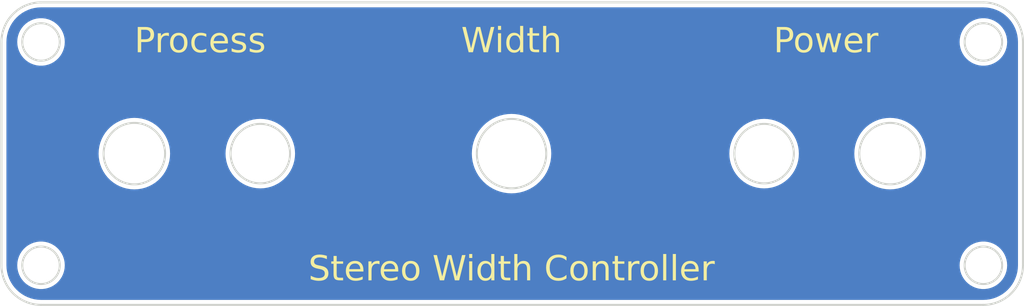
<source format=kicad_pcb>
(kicad_pcb
	(version 20240108)
	(generator "pcbnew")
	(generator_version "8.0")
	(general
		(thickness 1.6)
		(legacy_teardrops no)
	)
	(paper "A4")
	(layers
		(0 "F.Cu" signal)
		(31 "B.Cu" signal)
		(32 "B.Adhes" user "B.Adhesive")
		(33 "F.Adhes" user "F.Adhesive")
		(34 "B.Paste" user)
		(35 "F.Paste" user)
		(36 "B.SilkS" user "B.Silkscreen")
		(37 "F.SilkS" user "F.Silkscreen")
		(38 "B.Mask" user)
		(39 "F.Mask" user)
		(40 "Dwgs.User" user "User.Drawings")
		(41 "Cmts.User" user "User.Comments")
		(42 "Eco1.User" user "User.Eco1")
		(43 "Eco2.User" user "User.Eco2")
		(44 "Edge.Cuts" user)
		(45 "Margin" user)
		(46 "B.CrtYd" user "B.Courtyard")
		(47 "F.CrtYd" user "F.Courtyard")
		(48 "B.Fab" user)
		(49 "F.Fab" user)
		(50 "User.1" user)
		(51 "User.2" user)
		(52 "User.3" user)
		(53 "User.4" user)
		(54 "User.5" user)
		(55 "User.6" user)
		(56 "User.7" user)
		(57 "User.8" user)
		(58 "User.9" user)
	)
	(setup
		(pad_to_mask_clearance 0)
		(allow_soldermask_bridges_in_footprints no)
		(pcbplotparams
			(layerselection 0x00010fc_ffffffff)
			(plot_on_all_layers_selection 0x0000000_00000000)
			(disableapertmacros no)
			(usegerberextensions no)
			(usegerberattributes yes)
			(usegerberadvancedattributes yes)
			(creategerberjobfile yes)
			(dashed_line_dash_ratio 12.000000)
			(dashed_line_gap_ratio 3.000000)
			(svgprecision 4)
			(plotframeref no)
			(viasonmask no)
			(mode 1)
			(useauxorigin no)
			(hpglpennumber 1)
			(hpglpenspeed 20)
			(hpglpendiameter 15.000000)
			(pdf_front_fp_property_popups yes)
			(pdf_back_fp_property_popups yes)
			(dxfpolygonmode yes)
			(dxfimperialunits yes)
			(dxfusepcbnewfont yes)
			(psnegative no)
			(psa4output no)
			(plotreference yes)
			(plotvalue yes)
			(plotfptext yes)
			(plotinvisibletext no)
			(sketchpadsonfab no)
			(subtractmaskfromsilk no)
			(outputformat 1)
			(mirror no)
			(drillshape 1)
			(scaleselection 1)
			(outputdirectory "")
		)
	)
	(net 0 "")
	(gr_rect
		(start 96.84 67.87)
		(end 199.89 98.52)
		(stroke
			(width 0.2)
			(type solid)
		)
		(fill solid)
		(layer "B.Mask")
		(uuid "3a71844c-53ee-408b-a18c-19b4e868722b")
	)
	(gr_line
		(start 100.866 68.01)
		(end 195.866 68.01)
		(stroke
			(width 0.2)
			(type default)
		)
		(layer "Edge.Cuts")
		(uuid "007e97b0-1383-489d-a2a1-d9d4882e75a7")
	)
	(gr_arc
		(start 199.866 94.51)
		(mid 198.694427 97.338427)
		(end 195.866 98.51)
		(stroke
			(width 0.2)
			(type default)
		)
		(layer "Edge.Cuts")
		(uuid "0b2f1b6c-a9a5-425c-b8d0-c3582270fb80")
	)
	(gr_arc
		(start 96.865999 72.01)
		(mid 98.037572 69.181573)
		(end 100.866 68.01)
		(stroke
			(width 0.2)
			(type default)
		)
		(layer "Edge.Cuts")
		(uuid "14d97499-4563-4f66-a220-3dff810cb3cf")
	)
	(gr_circle
		(center 100.856 94.52)
		(end 102.748 94.52)
		(stroke
			(width 0.2)
			(type default)
		)
		(fill none)
		(layer "Edge.Cuts")
		(uuid "2d66d51d-e775-4b23-9afc-93cc89e3c8c4")
	)
	(gr_circle
		(center 195.876 72)
		(end 197.768 72)
		(stroke
			(width 0.2)
			(type default)
		)
		(fill none)
		(layer "Edge.Cuts")
		(uuid "2e98f4ed-ccfe-4492-a5ac-016a0bf0f3a2")
	)
	(gr_circle
		(center 173.766 83.26)
		(end 176.766 83.26)
		(stroke
			(width 0.2)
			(type default)
		)
		(fill none)
		(layer "Edge.Cuts")
		(uuid "353e6c24-8c41-4667-a94c-3b26681fba83")
	)
	(gr_circle
		(center 122.966 83.26)
		(end 125.966 83.26)
		(stroke
			(width 0.2)
			(type default)
		)
		(fill none)
		(layer "Edge.Cuts")
		(uuid "4d31d5a1-f5bd-4a9c-bbab-df506730dea4")
	)
	(gr_line
		(start 199.866 72.01)
		(end 199.866 94.51)
		(stroke
			(width 0.2)
			(type default)
		)
		(layer "Edge.Cuts")
		(uuid "4da7eec0-f7ae-49eb-91be-c3e062076d7a")
	)
	(gr_line
		(start 195.866 98.51)
		(end 100.866 98.51)
		(stroke
			(width 0.2)
			(type default)
		)
		(layer "Edge.Cuts")
		(uuid "58f1e952-3e9e-4629-b3fa-d2254540a89e")
	)
	(gr_circle
		(center 148.3 83.26)
		(end 151.8 83.26)
		(stroke
			(width 0.2)
			(type default)
		)
		(fill none)
		(layer "Edge.Cuts")
		(uuid "7db747cf-e594-4aad-b9d9-df855e287a93")
	)
	(gr_circle
		(center 186.466 83.26)
		(end 189.566 83.26)
		(stroke
			(width 0.2)
			(type default)
		)
		(fill none)
		(layer "Edge.Cuts")
		(uuid "8e2164a8-4db7-4d4a-827f-834c4e7bd7a1")
	)
	(gr_arc
		(start 100.866 98.51)
		(mid 98.037573 97.338427)
		(end 96.866 94.51)
		(stroke
			(width 0.2)
			(type default)
		)
		(layer "Edge.Cuts")
		(uuid "8fff6585-442d-47d9-8e54-d6ec31c562a4")
	)
	(gr_circle
		(center 195.876 94.52)
		(end 197.768 94.52)
		(stroke
			(width 0.2)
			(type default)
		)
		(fill none)
		(layer "Edge.Cuts")
		(uuid "9246f86d-a38f-4ab4-9e58-502eaf5e5ea1")
	)
	(gr_line
		(start 96.866 94.51)
		(end 96.866 72.01)
		(stroke
			(width 0.2)
			(type default)
		)
		(layer "Edge.Cuts")
		(uuid "9595b92d-194b-4b24-99bf-32e9b2c25b07")
	)
	(gr_circle
		(center 110.266 83.26)
		(end 113.366 83.26)
		(stroke
			(width 0.2)
			(type default)
		)
		(fill none)
		(layer "Edge.Cuts")
		(uuid "a3d9b8f9-df42-4dc3-a1de-abdfbf31f537")
	)
	(gr_arc
		(start 195.866 68.01)
		(mid 198.694427 69.181573)
		(end 199.866 72.01)
		(stroke
			(width 0.2)
			(type default)
		)
		(layer "Edge.Cuts")
		(uuid "c6cfb0ae-59b0-48cb-8f61-e9c67464de48")
	)
	(gr_circle
		(center 100.856 72)
		(end 102.748 72)
		(stroke
			(width 0.2)
			(type default)
		)
		(fill none)
		(layer "Edge.Cuts")
		(uuid "faf7a5c3-d860-442d-a6bb-982f5856ef8a")
	)
	(gr_text "Power"
		(at 180 72 0)
		(layer "F.SilkS")
		(uuid "364af694-b29b-4b01-97e9-7fdcaca053a5")
		(effects
			(font
				(face "Arial")
				(size 2.5 2.5)
				(thickness 0.1)
			)
		)
		(render_cache "Power" 0
			(polygon
				(pts
					(xy 176.394584 70.499306) (xy 176.518828 70.505984) (xy 176.645935 70.521798) (xy 176.766409 70.549846)
					(xy 176.881542 70.595584) (xy 176.956734 70.640256) (xy 177.050377 70.72279) (xy 177.127895 70.828502)
					(xy 177.158235 70.885109) (xy 177.205118 71.007269) (xy 177.229085 71.127093) (xy 177.235171 71.230713)
					(xy 177.225383 71.367297) (xy 177.196018 71.494414) (xy 177.147077 71.612065) (xy 177.07856 71.720248)
					(xy 177.030618 71.777817) (xy 176.925377 71.865134) (xy 176.810101 71.922908) (xy 176.671684 71.964926)
					(xy 176.538659 71.987904) (xy 176.389564 71.99994) (xy 176.292394 72.00191) (xy 175.646372 72.00191)
					(xy 175.646372 73.0375) (xy 175.31298 73.0375) (xy 175.31298 71.708818) (xy 175.646372 71.708818)
					(xy 176.297279 71.708818) (xy 176.429626 71.702945) (xy 176.558913 71.681851) (xy 176.676351 71.639782)
					(xy 176.755845 71.586086) (xy 176.833021 71.489947) (xy 176.878162 71.370287) (xy 176.891399 71.241093)
					(xy 176.878198 71.117777) (xy 176.834454 71.002105) (xy 176.81141 70.965099) (xy 176.725722 70.874519)
					(xy 176.609478 70.815461) (xy 176.601361 70.813058) (xy 176.471678 70.795429) (xy 176.344973 70.790818)
					(xy 176.290562 70.790465) (xy 175.646372 70.790465) (xy 175.646372 71.708818) (xy 175.31298 71.708818)
					(xy 175.31298 70.497374) (xy 176.263085 70.497374)
				)
			)
			(polygon
				(pts
					(xy 178.482696 71.17043) (xy 178.609257 71.196576) (xy 178.726157 71.240154) (xy 178.833397 71.301162)
					(xy 178.930978 71.379601) (xy 178.961358 71.409621) (xy 179.042494 71.509012) (xy 179.106844 71.621711)
					(xy 179.154407 71.747721) (xy 179.185183 71.887039) (xy 179.198007 72.013305) (xy 179.200105 72.093501)
					(xy 179.196391 72.220777) (xy 179.182671 72.355862) (xy 179.158841 72.476514) (xy 179.119228 72.596727)
					(xy 179.09447 72.649764) (xy 179.027419 72.756646) (xy 178.945105 72.849232) (xy 178.847528 72.927521)
					(xy 178.786724 72.964837) (xy 178.670434 73.018853) (xy 178.548251 73.05519) (xy 178.420175 73.07385)
					(xy 178.346476 73.076578) (xy 178.208059 73.067906) (xy 178.079946 73.041888) (xy 177.962137 72.998526)
					(xy 177.854632 72.937818) (xy 177.757431 72.859765) (xy 177.727321 72.829893) (xy 177.647014 72.729744)
					(xy 177.583322 72.614311) (xy 177.536246 72.483593) (xy 177.509708 72.362986) (xy 177.494708 72.231765)
					(xy 177.491016 72.119146) (xy 177.491038 72.118536) (xy 177.809142 72.118536) (xy 177.814509 72.24466)
					(xy 177.834335 72.376068) (xy 177.874884 72.505497) (xy 177.934513 72.612792) (xy 177.961794 72.647322)
					(xy 178.053939 72.732034) (xy 178.171052 72.793644) (xy 178.303668 72.821026) (xy 178.346476 72.822566)
					(xy 178.469829 72.808607) (xy 178.592499 72.760355) (xy 178.700023 72.677637) (xy 178.729327 72.6461)
					(xy 178.803119 72.532204) (xy 178.848437 72.40639) (xy 178.872438 72.277332) (xy 178.881382 72.152618)
					(xy 178.881979 72.108155) (xy 178.876569 71.985996) (xy 178.856584 71.858236) (xy 178.815711 71.731688)
					(xy 178.746739 71.614136) (xy 178.728106 71.591582) (xy 178.635955 71.506574) (xy 178.519629 71.44475)
					(xy 178.388635 71.417273) (xy 178.346476 71.415727) (xy 178.222238 71.429541) (xy 178.098924 71.477292)
					(xy 177.991114 71.559152) (xy 177.961794 71.590361) (xy 177.888002 71.702744) (xy 177.842684 71.826401)
					(xy 177.818683 71.952947) (xy 177.809738 72.075042) (xy 177.809142 72.118536) (xy 177.491038 72.118536)
					(xy 177.495423 71.9961) (xy 177.51333 71.853856) (xy 177.545011 71.724463) (xy 177.590467 71.60792)
					(xy 177.663196 71.48503) (xy 177.75576 71.380645) (xy 177.773116 71.365047) (xy 177.880903 71.285819)
					(xy 177.998566 71.22605) (xy 178.126105 71.185741) (xy 178.26352 71.164891) (xy 178.346476 71.161714)
				)
			)
			(polygon
				(pts
					(xy 179.88948 73.0375) (xy 179.331386 71.200793) (xy 179.650733 71.200793) (xy 179.940771 72.26325)
					(xy 180.049459 72.655259) (xy 180.079343 72.535845) (xy 180.113583 72.400627) (xy 180.143493 72.282789)
					(xy 180.434142 71.200793) (xy 180.751658 71.200793) (xy 181.024599 72.271188) (xy 181.11558 72.617402)
					(xy 181.220604 72.267524) (xy 181.533235 71.200793) (xy 181.833653 71.200793) (xy 181.263346 73.0375)
					(xy 180.942167 73.0375) (xy 180.652129 71.942681) (xy 180.581298 71.624555) (xy 180.212492 73.0375)
				)
			)
			(polygon
				(pts
					(xy 182.959546 71.170666) (xy 183.082536 71.197521) (xy 183.214086 71.251479) (xy 183.33278 71.329806)
					(xy 183.424285 71.416338) (xy 183.503139 71.519098) (xy 183.565679 71.636414) (xy 183.611904 71.768283)
					(xy 183.637962 71.889293) (xy 183.65269 72.020409) (xy 183.656316 72.13258) (xy 183.655095 72.216844)
					(xy 182.294662 72.216844) (xy 182.308628 72.338764) (xy 182.340475 72.462002) (xy 182.396557 72.580117)
					(xy 182.464411 72.666861) (xy 182.567534 72.748971) (xy 182.685326 72.80067) (xy 182.817788 72.821958)
					(xy 182.84604 72.822566) (xy 182.975798 72.807954) (xy 183.09728 72.759534) (xy 183.136078 72.734028)
					(xy 183.22555 72.644657) (xy 183.293471 72.531213) (xy 183.326588 72.451317) (xy 183.646546 72.490396)
					(xy 183.607255 72.606251) (xy 183.547254 72.72406) (xy 183.471147 72.826299) (xy 183.378936 72.912967)
					(xy 183.366277 72.922705) (xy 183.256941 72.990025) (xy 183.133483 73.03811) (xy 183.013875 73.064407)
					(xy 182.883456 73.075977) (xy 182.844208 73.076578) (xy 182.700045 73.067884) (xy 182.567517 73.041802)
					(xy 182.446624 72.998332) (xy 182.337366 72.937474) (xy 182.239743 72.859228) (xy 182.209787 72.829282)
					(xy 182.130103 72.729319) (xy 182.066905 72.61536) (xy 182.020194 72.487405) (xy 181.989969 72.345453)
					(xy 181.977375 72.216468) (xy 181.975314 72.134412) (xy 181.981098 71.995018) (xy 181.985418 71.962831)
					(xy 182.311759 71.962831) (xy 183.330252 71.962831) (xy 183.312633 71.837069) (xy 183.274963 71.709334)
					(xy 183.213626 71.602573) (xy 183.1236 71.512252) (xy 183.00737 71.446564) (xy 182.888182 71.418646)
					(xy 182.830775 71.415727) (xy 182.704205 71.430277) (xy 182.580268 71.479891) (xy 182.481497 71.555549)
					(xy 182.472349 71.564715) (xy 182.394484 71.667612) (xy 182.341784 71.790067) (xy 182.315868 71.917)
					(xy 182.311759 71.962831) (xy 181.985418 71.962831) (xy 181.998451 71.865733) (xy 182.027371 71.746554)
					(xy 182.077345 71.616881) (xy 182.143978 71.501762) (xy 182.21223 71.416948) (xy 182.306032 71.330209)
					(xy 182.409752 71.261415) (xy 182.523389 71.210568) (xy 182.646944 71.177667) (xy 182.780417 71.162711)
					(xy 182.827111 71.161714)
				)
			)
			(polygon
				(pts
					(xy 184.021459 73.0375) (xy 184.021459 71.200793) (xy 184.299896 71.200793) (xy 184.299896 71.482283)
					(xy 184.364689 71.372839) (xy 184.444107 71.269608) (xy 184.495901 71.223996) (xy 184.609673 71.171993)
					(xy 184.694958 71.161714) (xy 184.822771 71.178241) (xy 184.942183 71.222835) (xy 185.012474 71.261854)
					(xy 184.906228 71.550671) (xy 184.792656 71.500754) (xy 184.679083 71.484115) (xy 184.554987 71.510675)
					(xy 184.497122 71.545786) (xy 184.414499 71.640717) (xy 184.382328 71.715535) (xy 184.3507 71.84402)
					(xy 184.334531 71.969492) (xy 184.330426 72.077625) (xy 184.330426 73.0375)
				)
			)
		)
	)
	(gr_text "Stereo Width Controller"
		(at 148.3 95 0)
		(layer "F.SilkS")
		(uuid "5b7b8ea6-7ab7-4835-b53c-1a726b3ab5c8")
		(effects
			(font
				(face "Arial")
				(size 2.5 2.5)
				(thickness 0.15)
			)
		)
		(render_cache "Stereo Width Controller" 0
			(polygon
				(pts
					(xy 130.275489 95.205853) (xy 130.589341 95.177765) (xy 130.6118 95.304988) (xy 130.6521 95.424686)
					(xy 130.693144 95.501386) (xy 130.774438 95.596122) (xy 130.875775 95.669438) (xy 130.946546 95.70594)
					(xy 131.069906 95.75009) (xy 131.190692 95.774324) (xy 131.319706 95.783411) (xy 131.33306 95.783487)
					(xy 131.458768 95.776777) (xy 131.58389 95.754151) (xy 131.669505 95.7267) (xy 131.78324 95.668414)
					(xy 131.877731 95.582051) (xy 131.886881 95.569774) (xy 131.942624 95.458379) (xy 131.958322 95.351788)
					(xy 131.93649 95.227303) (xy 131.889323 95.143571) (xy 131.798496 95.061139) (xy 131.682206 95.001032)
					(xy 131.662788 94.993361) (xy 131.539921 94.953858) (xy 131.407397 94.918009) (xy 131.277475 94.885317)
					(xy 131.214602 94.870019) (xy 131.091842 94.838763) (xy 130.96707 94.803167) (xy 130.848804 94.76363)
					(xy 130.728559 94.711261) (xy 130.615543 94.640014) (xy 130.524173 94.558089) (xy 130.459892 94.474345)
					(xy 130.405939 94.363749) (xy 130.376888 94.243536) (xy 130.371354 94.158051) (xy 130.384125 94.028847)
					(xy 130.422438 93.905703) (xy 130.479432 93.799014) (xy 130.557022 93.702318) (xy 130.653932 93.621365)
					(xy 130.770162 93.556154) (xy 130.795726 93.545001) (xy 130.916224 93.503088) (xy 131.04416 93.474891)
					(xy 131.179534 93.460412) (xy 131.257956 93.458295) (xy 131.393663 93.463981) (xy 131.521127 93.48104)
					(xy 131.640348 93.509472) (xy 131.751326 93.549275) (xy 131.863715 93.606919) (xy 131.970237 93.686942)
					(xy 132.057439 93.78378) (xy 132.079833 93.816111) (xy 132.141526 93.930934) (xy 132.182348 94.05482)
					(xy 132.2023 94.18777) (xy 132.203786 94.215448) (xy 131.884438 94.239872) (xy 131.860256 94.11323)
					(xy 131.810501 93.994495) (xy 131.727947 93.89061) (xy 131.709805 93.874729) (xy 131.603235 93.809685)
					(xy 131.483666 93.771743) (xy 131.358567 93.754398) (xy 131.271389 93.751386) (xy 131.146985 93.756733)
					(xy 131.023986 93.775939) (xy 130.899002 93.819588) (xy 130.830531 93.863128) (xy 130.746439 93.953001)
					(xy 130.697385 94.07435) (xy 130.692533 94.131795) (xy 130.71711 94.256359) (xy 130.790841 94.356498)
					(xy 130.90636 94.423131) (xy 131.03184 94.468316) (xy 131.151395 94.502605) (xy 131.29276 94.537238)
					(xy 131.413436 94.565499) (xy 131.541835 94.597957) (xy 131.669006 94.633816) (xy 131.796706 94.676744)
					(xy 131.850245 94.699049) (xy 131.964764 94.760706) (xy 132.070594 94.839298) (xy 132.160974 94.938008)
					(xy 132.174477 94.957336) (xy 132.234271 95.07043) (xy 132.269245 95.194781) (xy 132.279501 95.317594)
					(xy 132.268231 95.441647) (xy 132.234421 95.561169) (xy 132.178071 95.676158) (xy 132.164097 95.698613)
					(xy 132.082511 95.802678) (xy 131.981248 95.89124) (xy 131.873287 95.95769) (xy 131.833758 95.977049)
					(xy 131.708264 96.025162) (xy 131.589577 96.054709) (xy 131.464174 96.071816) (xy 131.348936 96.076578)
					(xy 131.224594 96.072993) (xy 131.08935 96.059749) (xy 130.964683 96.036746) (xy 130.835158 95.998507)
					(xy 130.775576 95.974607) (xy 130.666392 95.917248) (xy 130.558431 95.837483) (xy 130.466215 95.741586)
					(xy 130.413486 95.668693) (xy 130.349494 95.549381) (xy 130.305208 95.421569) (xy 130.282387 95.300821)
				)
			)
			(polygon
				(pts
					(xy 133.356612 95.754178) (xy 133.401187 96.0375) (xy 133.277539 96.066809) (xy 133.167935 96.076578)
					(xy 133.043502 96.06771) (xy 132.924663 96.032448) (xy 132.906595 96.022845) (xy 132.812046 95.941796)
					(xy 132.775925 95.880573) (xy 132.74919 95.755342) (xy 132.74046 95.6243) (xy 132.738678 95.509935)
					(xy 132.738678 94.445036) (xy 132.511532 94.445036) (xy 132.511532 94.200793) (xy 132.738678 94.200793)
					(xy 132.738678 93.757493) (xy 133.045813 93.575532) (xy 133.045813 94.200793) (xy 133.356612 94.200793)
					(xy 133.356612 94.445036) (xy 133.045813 94.445036) (xy 133.045813 95.53497) (xy 133.05141 95.661714)
					(xy 133.061689 95.708993) (xy 133.114812 95.770664) (xy 133.221057 95.793257) (xy 133.341103 95.761162)
				)
			)
			(polygon
				(pts
					(xy 134.535017 94.170666) (xy 134.658007 94.197521) (xy 134.789557 94.251479) (xy 134.908251 94.329806)
					(xy 134.999756 94.416338) (xy 135.07861 94.519098) (xy 135.14115 94.636414) (xy 135.187375 94.768283)
					(xy 135.213433 94.889293) (xy 135.228161 95.020409) (xy 135.231787 95.13258) (xy 135.230566 95.216844)
					(xy 133.870133 95.216844) (xy 133.884099 95.338764) (xy 133.915946 95.462002) (xy 133.972028 95.580117)
					(xy 134.039882 95.666861) (xy 134.143005 95.748971) (xy 134.260797 95.80067) (xy 134.393259 95.821958)
					(xy 134.421511 95.822566) (xy 134.551269 95.807954) (xy 134.672751 95.759534) (xy 134.711549 95.734028)
					(xy 134.801021 95.644657) (xy 134.868942 95.531213) (xy 134.902059 95.451317) (xy 135.222017 95.490396)
					(xy 135.182726 95.606251) (xy 135.122725 95.72406) (xy 135.046618 95.826299) (xy 134.954407 95.912967)
					(xy 134.941748 95.922705) (xy 134.832412 95.990025) (xy 134.708954 96.03811) (xy 134.589346 96.064407)
					(xy 134.458927 96.075977) (xy 134.419679 96.076578) (xy 134.275516 96.067884) (xy 134.142988 96.041802)
					(xy 134.022095 95.998332) (xy 133.912837 95.937474) (xy 133.815214 95.859228) (xy 133.785258 95.829282)
					(xy 133.705574 95.729319) (xy 133.642376 95.61536) (xy 133.595665 95.487405) (xy 133.56544 95.345453)
					(xy 133.552846 95.216468) (xy 133.550785 95.134412) (xy 133.556569 94.995018) (xy 133.560889 94.962831)
					(xy 133.88723 94.962831) (xy 134.905723 94.962831) (xy 134.888104 94.837069) (xy 134.850434 94.709334)
					(xy 134.789097 94.602573) (xy 134.699071 94.512252) (xy 134.582841 94.446564) (xy 134.463653 94.418646)
					(xy 134.406246 94.415727) (xy 134.279676 94.430277) (xy 134.155739 94.479891) (xy 134.056968 94.555549)
					(xy 134.04782 94.564715) (xy 133.969955 94.667612) (xy 133.917255 94.790067) (xy 133.891339 94.917)
					(xy 133.88723 94.962831) (xy 133.560889 94.962831) (xy 133.573922 94.865733) (xy 133.602842 94.746554)
					(xy 133.652816 94.616881) (xy 133.719449 94.501762) (xy 133.787701 94.416948) (xy 133.881503 94.330209)
					(xy 133.985223 94.261415) (xy 134.09886 94.210568) (xy 134.222415 94.177667) (xy 134.355888 94.162711)
					(xy 134.402582 94.161714)
				)
			)
			(polygon
				(pts
					(xy 135.59693 96.0375) (xy 135.59693 94.200793) (xy 135.875367 94.200793) (xy 135.875367 94.482283)
					(xy 135.94016 94.372839) (xy 136.019578 94.269608) (xy 136.071372 94.223996) (xy 136.185144 94.171993)
					(xy 136.270429 94.161714) (xy 136.398242 94.178241) (xy 136.517654 94.222835) (xy 136.587945 94.261854)
					(xy 136.481699 94.550671) (xy 136.368127 94.500754) (xy 136.254554 94.484115) (xy 136.130458 94.510675)
					(xy 136.072593 94.545786) (xy 135.98997 94.640717) (xy 135.957799 94.715535) (xy 135.926171 94.84402)
					(xy 135.910002 94.969492) (xy 135.905897 95.077625) (xy 135.905897 96.0375)
				)
			)
			(polygon
				(pts
					(xy 137.646671 94.170666) (xy 137.769661 94.197521) (xy 137.901211 94.251479) (xy 138.019905 94.329806)
					(xy 138.11141 94.416338) (xy 138.190264 94.519098) (xy 138.252804 94.636414) (xy 138.299028 94.768283)
					(xy 138.325087 94.889293) (xy 138.339815 95.020409) (xy 138.343441 95.13258) (xy 138.342219 95.216844)
					(xy 136.981787 95.216844) (xy 136.995753 95.338764) (xy 137.0276 95.462002) (xy 137.083682 95.580117)
					(xy 137.151535 95.666861) (xy 137.254659 95.748971) (xy 137.372451 95.80067) (xy 137.504912 95.821958)
					(xy 137.533165 95.822566) (xy 137.662923 95.807954) (xy 137.784405 95.759534) (xy 137.823203 95.734028)
					(xy 137.912675 95.644657) (xy 137.980596 95.531213) (xy 138.013713 95.451317) (xy 138.333671 95.490396)
					(xy 138.29438 95.606251) (xy 138.234379 95.72406) (xy 138.158272 95.826299) (xy 138.066061 95.912967)
					(xy 138.053402 95.922705) (xy 137.944065 95.990025) (xy 137.820608 96.03811) (xy 137.701 96.064407)
					(xy 137.570581 96.075977) (xy 137.531333 96.076578) (xy 137.38717 96.067884) (xy 137.254642 96.041802)
					(xy 137.133749 95.998332) (xy 137.024491 95.937474) (xy 136.926868 95.859228) (xy 136.896912 95.829282)
					(xy 136.817228 95.729319) (xy 136.75403 95.61536) (xy 136.707319 95.487405) (xy 136.677094 95.345453)
					(xy 136.6645 95.216468) (xy 136.662439 95.134412) (xy 136.668223 94.995018) (xy 136.672543 94.962831)
					(xy 136.998884 94.962831) (xy 138.017376 94.962831) (xy 137.999758 94.837069) (xy 137.962088 94.709334)
					(xy 137.90075 94.602573) (xy 137.810725 94.512252) (xy 137.694495 94.446564) (xy 137.575306 94.418646)
					(xy 137.5179 94.415727) (xy 137.39133 94.430277) (xy 137.267393 94.479891) (xy 137.168622 94.555549)
					(xy 137.159473 94.564715) (xy 137.081609 94.667612) (xy 137.028908 94.790067) (xy 137.002993 94.917)
					(xy 136.998884 94.962831) (xy 136.672543 94.962831) (xy 136.685575 94.865733) (xy 136.714496 94.746554)
					(xy 136.76447 94.616881) (xy 136.831103 94.501762) (xy 136.899355 94.416948) (xy 136.993157 94.330209)
					(xy 137.096877 94.261415) (xy 137.210514 94.210568) (xy 137.334069 94.177667) (xy 137.467541 94.162711)
					(xy 137.514236 94.161714)
				)
			)
			(polygon
				(pts
					(xy 139.588523 94.17043) (xy 139.715084 94.196576) (xy 139.831984 94.240154) (xy 139.939224 94.301162)
					(xy 140.036804 94.379601) (xy 140.067184 94.409621) (xy 140.148321 94.509012) (xy 140.212671 94.621711)
					(xy 140.260234 94.747721) (xy 140.29101 94.887039) (xy 140.303834 95.013305) (xy 140.305932 95.093501)
					(xy 140.302218 95.220777) (xy 140.288498 95.355862) (xy 140.264668 95.476514) (xy 140.225055 95.596727)
					(xy 140.200297 95.649764) (xy 140.133246 95.756646) (xy 140.050932 95.849232) (xy 139.953355 95.927521)
					(xy 139.892551 95.964837) (xy 139.776261 96.018853) (xy 139.654078 96.05519) (xy 139.526002 96.07385)
					(xy 139.452303 96.076578) (xy 139.313886 96.067906) (xy 139.185773 96.041888) (xy 139.067964 95.998526)
					(xy 138.960459 95.937818) (xy 138.863258 95.859765) (xy 138.833148 95.829893) (xy 138.752841 95.729744)
					(xy 138.689149 95.614311) (xy 138.642073 95.483593) (xy 138.615535 95.362986) (xy 138.600535 95.231765)
					(xy 138.596843 95.119146) (xy 138.596865 95.118536) (xy 138.914969 95.118536) (xy 138.920336 95.24466)
					(xy 138.940162 95.376068) (xy 138.98071 95.505497) (xy 139.04034 95.612792) (xy 139.067621 95.647322)
					(xy 139.159766 95.732034) (xy 139.276879 95.793644) (xy 139.409495 95.821026) (xy 139.452303 95.822566)
					(xy 139.575656 95.808607) (xy 139.698326 95.760355) (xy 139.80585 95.677637) (xy 139.835154 95.6461)
					(xy 139.908945 95.532204) (xy 139.954264 95.40639) (xy 139.978265 95.277332) (xy 139.987209 95.152618)
					(xy 139.987806 95.108155) (xy 139.982396 94.985996) (xy 139.962411 94.858236) (xy 139.921538 94.731688)
					(xy 139.852566 94.614136) (xy 139.833933 94.591582) (xy 139.741782 94.506574) (xy 139.625456 94.44475)
					(xy 139.494462 94.417273) (xy 139.452303 94.415727) (xy 139.328065 94.429541) (xy 139.204751 94.477292)
					(xy 139.096941 94.559152) (xy 139.067621 94.590361) (xy 138.993829 94.702744) (xy 138.948511 94.826401)
					(xy 138.92451 94.952947) (xy 138.915565 95.075042) (xy 138.914969 95.118536) (xy 138.596865 95.118536)
					(xy 138.60125 94.9961) (xy 138.619157 94.853856) (xy 138.650838 94.724463) (xy 138.696294 94.60792)
					(xy 138.769023 94.48503) (xy 138.861587 94.380645) (xy 138.878943 94.365047) (xy 138.98673 94.285819)
					(xy 139.104393 94.22605) (xy 139.231932 94.185741) (xy 139.369346 94.164891) (xy 139.452303 94.161714)
				)
			)
			(polygon
				(pts
					(xy 142.109665 96.0375) (xy 141.441661 93.497374) (xy 141.783601 93.497374) (xy 142.166452 95.164942)
					(xy 142.196257 95.295688) (xy 142.224001 95.425976) (xy 142.249685 95.555807) (xy 142.273308 95.685179)
					(xy 142.301343 95.566153) (xy 142.329908 95.445596) (xy 142.359379 95.322654) (xy 142.38627 95.215012)
					(xy 142.865597 93.497374) (xy 143.267376 93.497374) (xy 143.628245 94.784534) (xy 143.660951 94.903459)
					(xy 143.698506 95.049566) (xy 143.732363 95.192841) (xy 143.762524 95.333284) (xy 143.788988 95.470894)
					(xy 143.811754 95.605672) (xy 143.823639 95.685179) (xy 143.84959 95.560157) (xy 143.879205 95.426282)
					(xy 143.908123 95.301878) (xy 143.939846 95.170695) (xy 143.949425 95.131969) (xy 144.343877 93.497374)
					(xy 144.6791 93.497374) (xy 143.988503 96.0375) (xy 143.667324 96.0375) (xy 143.136706 94.100043)
					(xy 143.103567 93.978172) (xy 143.070878 93.854491) (xy 143.057938 93.801456) (xy 143.028944 93.925591)
					(xy 142.997071 94.051965) (xy 142.984055 94.100043) (xy 142.449773 96.0375)
				)
			)
			(polygon
				(pts
					(xy 144.934944 93.849084) (xy 144.934944 93.497374) (xy 145.243912 93.497374) (xy 145.243912 93.849084)
				)
			)
			(polygon
				(pts
					(xy 144.934944 96.0375) (xy 144.934944 94.200793) (xy 145.243912 94.200793) (xy 145.243912 96.0375)
				)
			)
			(polygon
				(pts
					(xy 147.179536 96.0375) (xy 146.893161 96.0375) (xy 146.893161 95.807301) (xy 146.809254 95.912224)
					(xy 146.709803 95.991377) (xy 146.594807 96.044759) (xy 146.464267 96.072371) (xy 146.382694 96.076578)
					(xy 146.249851 96.064772) (xy 146.123806 96.029352) (xy 146.004559 95.970318) (xy 145.981525 95.955678)
					(xy 145.885301 95.880137) (xy 145.802021 95.789526) (xy 145.731685 95.683846) (xy 145.698203 95.618623)
					(xy 145.649796 95.491621) (xy 145.620067 95.370215) (xy 145.602856 95.240795) (xy 145.598064 95.120978)
					(xy 145.598116 95.119757) (xy 145.915579 95.119757) (xy 145.920774 95.246045) (xy 145.939967 95.377483)
					(xy 145.979217 95.506731) (xy 146.045453 95.625404) (xy 146.063346 95.647932) (xy 146.160888 95.740024)
					(xy 146.268806 95.798008) (xy 146.399499 95.822395) (xy 146.412003 95.822566) (xy 146.544159 95.802868)
					(xy 146.661884 95.743776) (xy 146.756385 95.65587) (xy 146.824864 95.547898) (xy 146.86692 95.428648)
					(xy 146.889193 95.306336) (xy 146.897908 95.167251) (xy 146.898046 95.146013) (xy 146.892959 95.011567)
					(xy 146.874163 94.872567) (xy 146.841517 94.752792) (xy 146.78725 94.639448) (xy 146.753332 94.592192)
					(xy 146.656768 94.499134) (xy 146.547205 94.440542) (xy 146.424642 94.416416) (xy 146.39857 94.415727)
					(xy 146.276198 94.432304) (xy 146.156878 94.488832) (xy 146.062306 94.575032) (xy 146.053577 94.585476)
					(xy 145.986869 94.69612) (xy 145.945901 94.820503) (xy 145.924204 94.949436) (xy 145.916119 95.07488)
					(xy 145.915579 95.119757) (xy 145.598116 95.119757) (xy 145.60375 94.987064) (xy 145.620809 94.859486)
					(xy 145.64924 94.738242) (xy 145.689044 94.623333) (xy 145.747417 94.505884) (xy 145.820184 94.404953)
					(xy 145.917917 94.312181) (xy 145.961986 94.280783) (xy 146.079945 94.217993) (xy 146.206372 94.178458)
					(xy 146.341266 94.16218) (xy 146.369261 94.161714) (xy 146.497267 94.173707) (xy 146.621821 94.213444)
					(xy 146.662963 94.234377) (xy 146.766463 94.305954) (xy 146.851497 94.394594) (xy 146.872401 94.423054)
					(xy 146.872401 93.497374) (xy 147.179536 93.497374)
				)
			)
			(polygon
				(pts
					(xy 148.331141 95.754178) (xy 148.375716 96.0375) (xy 148.252068 96.066809) (xy 148.142464 96.076578)
					(xy 148.018031 96.06771) (xy 147.899192 96.032448) (xy 147.881124 96.022845) (xy 147.786575 95.941796)
					(xy 147.750454 95.880573) (xy 147.723719 95.755342) (xy 147.714989 95.6243) (xy 147.713207 95.509935)
					(xy 147.713207 94.445036) (xy 147.486061 94.445036) (xy 147.486061 94.200793) (xy 147.713207 94.200793)
					(xy 147.713207 93.757493) (xy 148.020342 93.575532) (xy 148.020342 94.200793) (xy 148.331141 94.200793)
					(xy 148.331141 94.445036) (xy 148.020342 94.445036) (xy 148.020342 95.53497) (xy 148.025939 95.661714)
					(xy 148.036218 95.708993) (xy 148.089341 95.770664) (xy 148.195586 95.793257) (xy 148.315632 95.761162)
				)
			)
			(polygon
				(pts
					(xy 148.628507 96.0375) (xy 148.628507 93.497374) (xy 148.937474 93.497374) (xy 148.937474 94.410232)
					(xy 149.037477 94.313397) (xy 149.148348 94.240347) (xy 149.270089 94.19108) (xy 149.402699 94.165598)
					(xy 149.483357 94.161714) (xy 149.616451 94.171238) (xy 149.73699 94.199811) (xy 149.835677 94.242315)
					(xy 149.943118 94.317484) (xy 150.022342 94.41301) (xy 150.04939 94.463965) (xy 150.088831 94.588157)
					(xy 150.107793 94.719068) (xy 150.113861 94.841742) (xy 150.114114 94.874904) (xy 150.114114 96.0375)
					(xy 149.804536 96.0375) (xy 149.804536 94.872461) (xy 149.794697 94.73876) (xy 149.761147 94.620477)
					(xy 149.703786 94.532353) (xy 149.600152 94.459307) (xy 149.475247 94.428106) (xy 149.419854 94.425497)
					(xy 149.294676 94.441328) (xy 149.176744 94.488823) (xy 149.161567 94.497548) (xy 149.063384 94.575928)
					(xy 148.992076 94.684674) (xy 148.988765 94.692332) (xy 148.953703 94.817604) (xy 148.939928 94.941122)
					(xy 148.937474 95.031219) (xy 148.937474 96.0375)
				)
			)
			(polygon
				(pts
					(xy 153.382694 95.138686) (xy 153.716085 95.22295) (xy 153.679181 95.348255) (xy 153.634107 95.463901)
					(xy 153.569234 95.589924) (xy 153.492598 95.702038) (xy 153.404199 95.80024) (xy 153.33873 95.857981)
					(xy 153.232563 95.93227) (xy 153.117853 95.991189) (xy 152.994598 96.034737) (xy 152.8628 96.062916)
					(xy 152.722458 96.075724) (xy 152.673779 96.076578) (xy 152.550218 96.072509) (xy 152.411743 96.056881)
					(xy 152.283959 96.029532) (xy 152.166866 95.990463) (xy 152.043768 95.930068) (xy 152.01127 95.909883)
					(xy 151.905687 95.829824) (xy 151.811733 95.735507) (xy 151.729408 95.626931) (xy 151.658711 95.504096)
					(xy 151.623535 95.427503) (xy 151.578297 95.307261) (xy 151.542419 95.183756) (xy 151.515901 95.056988)
					(xy 151.498742 94.926958) (xy 151.490942 94.793664) (xy 151.490422 94.748508) (xy 151.495703 94.603694)
					(xy 151.511546 94.466007) (xy 151.53795 94.335446) (xy 151.574915 94.212013) (xy 151.622442 94.095707)
					(xy 151.640632 94.058522) (xy 151.712426 93.936539) (xy 151.796375 93.828113) (xy 151.892479 93.733245)
					(xy 152.000737 93.651934) (xy 152.068057 93.611557) (xy 152.192235 93.551839) (xy 152.321673 93.506788)
					(xy 152.456371 93.476405) (xy 152.596327 93.46069) (xy 152.678664 93.458295) (xy 152.816172 93.465143)
					(xy 152.945223 93.485686) (xy 153.065815 93.519926) (xy 153.195817 93.577182) (xy 153.314306 93.653079)
					(xy 153.419559 93.745893) (xy 153.509853 93.853902) (xy 153.57534 93.958573) (xy 153.629837 94.074407)
					(xy 153.673343 94.201404) (xy 153.344836 94.278951) (xy 153.302837 94.163371) (xy 153.245535 94.049168)
					(xy 153.16921 93.943499) (xy 153.090824 93.869844) (xy 152.978291 93.802224) (xy 152.849061 93.759649)
					(xy 152.71848 93.742744) (xy 152.671947 93.741617) (xy 152.549584 93.748337) (xy 152.420832 93.772475)
					(xy 152.30391 93.814168) (xy 152.186515 93.882056) (xy 152.086077 93.968637) (xy 152.003898 94.070383)
					(xy 151.939975 94.187296) (xy 151.912352 94.258801) (xy 151.877891 94.377908) (xy 151.853276 94.498922)
					(xy 151.838507 94.621845) (xy 151.833584 94.746676) (xy 151.838054 94.884583) (xy 151.851465 95.014601)
					(xy 151.873818 95.136731) (xy 151.910311 95.266647) (xy 151.927007 95.312709) (xy 151.980473 95.425709)
					(xy 152.056041 95.534679) (xy 152.147934 95.624426) (xy 152.218266 95.673578) (xy 152.332109 95.73143)
					(xy 152.451072 95.770349) (xy 152.575155 95.790335) (xy 152.646302 95.793257) (xy 152.780788 95.782953)
					(xy 152.904589 95.752041) (xy 153.017704 95.700521) (xy 153.120133 95.628393) (xy 153.209358 95.535962)
					(xy 153.28286 95.423534) (xy 153.334276 95.308755) (xy 153.373654 95.178666)
				)
			)
			(polygon
				(pts
					(xy 154.948956 94.17043) (xy 155.075516 94.196576) (xy 155.192417 94.240154) (xy 155.299657 94.301162)
					(xy 155.397237 94.379601) (xy 155.427617 94.409621) (xy 155.508754 94.509012) (xy 155.573104 94.621711)
					(xy 155.620667 94.747721) (xy 155.651443 94.887039) (xy 155.664266 95.013305) (xy 155.666365 95.093501)
					(xy 155.662651 95.220777) (xy 155.648931 95.355862) (xy 155.625101 95.476514) (xy 155.585488 95.596727)
					(xy 155.560729 95.649764) (xy 155.493678 95.756646) (xy 155.411365 95.849232) (xy 155.313788 95.927521)
					(xy 155.252984 95.964837) (xy 155.136693 96.018853) (xy 155.01451 96.05519) (xy 154.886435 96.07385)
					(xy 154.812736 96.076578) (xy 154.674319 96.067906) (xy 154.546206 96.041888) (xy 154.428397 95.998526)
					(xy 154.320892 95.937818) (xy 154.223691 95.859765) (xy 154.19358 95.829893) (xy 154.113273 95.729744)
					(xy 154.049582 95.614311) (xy 154.002505 95.483593) (xy 153.975967 95.362986) (xy 153.960967 95.231765)
					(xy 153.957275 95.119146) (xy 153.957297 95.118536) (xy 154.275402 95.118536) (xy 154.280768 95.24466)
					(xy 154.300595 95.376068) (xy 154.341143 95.505497) (xy 154.400773 95.612792) (xy 154.428053 95.647322)
					(xy 154.520199 95.732034) (xy 154.637311 95.793644) (xy 154.769928 95.821026) (xy 154.812736 95.822566)
					(xy 154.936089 95.808607) (xy 155.058759 95.760355) (xy 155.166283 95.677637) (xy 155.195586 95.6461)
					(xy 155.269378 95.532204) (xy 155.314697 95.40639) (xy 155.338697 95.277332) (xy 155.347642 95.152618)
					(xy 155.348238 95.108155) (xy 155.342829 94.985996) (xy 155.322843 94.858236) (xy 155.281971 94.731688)
					(xy 155.212998 94.614136) (xy 155.194365 94.591582) (xy 155.102214 94.506574) (xy 154.985889 94.44475)
					(xy 154.854895 94.417273) (xy 154.812736 94.415727) (xy 154.688498 94.429541) (xy 154.565183 94.477292)
					(xy 154.457373 94.559152) (xy 154.428053 94.590361) (xy 154.354262 94.702744) (xy 154.308943 94.826401)
					(xy 154.284942 94.952947) (xy 154.275998 95.075042) (xy 154.275402 95.118536) (xy 153.957297 95.118536)
					(xy 153.961683 94.9961) (xy 153.97959 94.853856) (xy 154.011271 94.724463) (xy 154.056727 94.60792)
					(xy 154.129456 94.48503) (xy 154.22202 94.380645) (xy 154.239376 94.365047) (xy 154.347163 94.285819)
					(xy 154.464826 94.22605) (xy 154.592364 94.185741) (xy 154.729779 94.164891) (xy 154.812736 94.161714)
				)
			)
			(polygon
				(pts
					(xy 156.019295 96.0375) (xy 156.019295 94.200793) (xy 156.297122 94.200793) (xy 156.297122 94.458469)
					(xy 156.378745 94.357619) (xy 156.472948 94.277634) (xy 156.59875 94.210691) (xy 156.720209 94.175915)
					(xy 156.854246 94.162004) (xy 156.877809 94.161714) (xy 157.007327 94.17159) (xy 157.127977 94.201218)
					(xy 157.18067 94.221554) (xy 157.288512 94.280625) (xy 157.378843 94.365881) (xy 157.387666 94.377869)
					(xy 157.449259 94.490715) (xy 157.484142 94.607458) (xy 157.497482 94.73564) (xy 157.501089 94.870322)
					(xy 157.501239 94.909708) (xy 157.501239 96.0375) (xy 157.192272 96.0375) (xy 157.192272 94.917646)
					(xy 157.187206 94.788331) (xy 157.166624 94.664844) (xy 157.156246 94.633103) (xy 157.08927 94.529825)
					(xy 157.028018 94.482283) (xy 156.914739 94.436366) (xy 156.812474 94.425497) (xy 156.683231 94.440432)
					(xy 156.566686 94.485238) (xy 156.471755 94.551892) (xy 156.396085 94.653132) (xy 156.351945 94.78228)
					(xy 156.333307 94.90764) (xy 156.328263 95.03244) (xy 156.328263 96.0375)
				)
			)
			(polygon
				(pts
					(xy 158.640632 95.754178) (xy 158.685206 96.0375) (xy 158.561558 96.066809) (xy 158.451954 96.076578)
					(xy 158.327522 96.06771) (xy 158.208682 96.032448) (xy 158.190614 96.022845) (xy 158.096066 95.941796)
					(xy 158.059944 95.880573) (xy 158.033209 95.755342) (xy 158.02448 95.6243) (xy 158.022697 95.509935)
					(xy 158.022697 94.445036) (xy 157.795552 94.445036) (xy 157.795552 94.200793) (xy 158.022697 94.200793)
					(xy 158.022697 93.757493) (xy 158.329833 93.575532) (xy 158.329833 94.200793) (xy 158.640632 94.200793)
					(xy 158.640632 94.445036) (xy 158.329833 94.445036) (xy 158.329833 95.53497) (xy 158.33543 95.661714)
					(xy 158.345709 95.708993) (xy 158.398831 95.770664) (xy 158.505077 95.793257) (xy 158.625122 95.761162)
				)
			)
			(polygon
				(pts
					(xy 158.934334 96.0375) (xy 158.934334 94.200793) (xy 159.212771 94.200793) (xy 159.212771 94.482283)
					(xy 159.277564 94.372839) (xy 159.356982 94.269608) (xy 159.408776 94.223996) (xy 159.522548 94.171993)
					(xy 159.607833 94.161714) (xy 159.735646 94.178241) (xy 159.855058 94.222835) (xy 159.925349 94.261854)
					(xy 159.819104 94.550671) (xy 159.705531 94.500754) (xy 159.591958 94.484115) (xy 159.467863 94.510675)
					(xy 159.409997 94.545786) (xy 159.327374 94.640717) (xy 159.295203 94.715535) (xy 159.263575 94.84402)
					(xy 159.247407 94.969492) (xy 159.243301 95.077625) (xy 159.243301 96.0375)
				)
			)
			(polygon
				(pts
					(xy 160.979312 94.17043) (xy 161.105872 94.196576) (xy 161.222772 94.240154) (xy 161.330013 94.301162)
					(xy 161.427593 94.379601) (xy 161.457973 94.409621) (xy 161.53911 94.509012) (xy 161.60346 94.621711)
					(xy 161.651023 94.747721) (xy 161.681799 94.887039) (xy 161.694622 95.013305) (xy 161.69672 95.093501)
					(xy 161.693007 95.220777) (xy 161.679287 95.355862) (xy 161.655457 95.476514) (xy 161.615844 95.596727)
					(xy 161.591085 95.649764) (xy 161.524034 95.756646) (xy 161.44172 95.849232) (xy 161.344144 95.927521)
					(xy 161.283339 95.964837) (xy 161.167049 96.018853) (xy 161.044866 96.05519) (xy 160.916791 96.07385)
					(xy 160.843092 96.076578) (xy 160.704675 96.067906) (xy 160.576562 96.041888) (xy 160.458753 95.998526)
					(xy 160.351248 95.937818) (xy 160.254047 95.859765) (xy 160.223936 95.829893) (xy 160.143629 95.729744)
					(xy 160.079938 95.614311) (xy 160.032861 95.483593) (xy 160.006323 95.362986) (xy 159.991323 95.231765)
					(xy 159.987631 95.119146) (xy 159.987653 95.118536) (xy 160.305757 95.118536) (xy 160.311124 95.24466)
					(xy 160.330951 95.376068) (xy 160.371499 95.505497) (xy 160.431129 95.612792) (xy 160.458409 95.647322)
					(xy 160.550555 95.732034) (xy 160.667667 95.793644) (xy 160.800284 95.821026) (xy 160.843092 95.822566)
					(xy 160.966444 95.808607) (xy 161.089114 95.760355) (xy 161.196639 95.677637) (xy 161.225942 95.6461)
					(xy 161.299734 95.532204) (xy 161.345052 95.40639) (xy 161.369053 95.277332) (xy 161.377998 95.152618)
					(xy 161.378594 95.108155) (xy 161.373185 94.985996) (xy 161.353199 94.858236) (xy 161.312327 94.731688)
					(xy 161.243354 94.614136) (xy 161.224721 94.591582) (xy 161.13257 94.506574) (xy 161.016245 94.44475)
					(xy 160.88525 94.417273) (xy 160.843092 94.415727) (xy 160.718853 94.429541) (xy 160.595539 94.477292)
					(xy 160.487729 94.559152) (xy 160.458409 94.590361) (xy 160.384618 94.702744) (xy 160.339299 94.826401)
					(xy 160.315298 94.952947) (xy 160.306354 95.075042) (xy 160.305757 95.118536) (xy 159.987653 95.118536)
					(xy 159.992039 94.9961) (xy 160.009946 94.853856) (xy 160.041627 94.724463) (xy 160.087083 94.60792)
					(xy 160.159812 94.48503) (xy 160.252376 94.380645) (xy 160.269732 94.365047) (xy 160.377519 94.285819)
					(xy 160.495182 94.22605) (xy 160.62272 94.185741) (xy 160.760135 94.164891) (xy 160.843092 94.161714)
				)
			)
			(polygon
				(pts
					(xy 162.042324 96.0375) (xy 162.042324 93.497374) (xy 162.351902 93.497374) (xy 162.351902 96.0375)
				)
			)
			(polygon
				(pts
					(xy 162.819016 96.0375) (xy 162.819016 93.497374) (xy 163.128594 93.497374) (xy 163.128594 96.0375)
				)
			)
			(polygon
				(pts
					(xy 164.484075 94.170666) (xy 164.607065 94.197521) (xy 164.738615 94.251479) (xy 164.857309 94.329806)
					(xy 164.948814 94.416338) (xy 165.027668 94.519098) (xy 165.090208 94.636414) (xy 165.136433 94.768283)
					(xy 165.162491 94.889293) (xy 165.177219 95.020409) (xy 165.180845 95.13258) (xy 165.179623 95.216844)
					(xy 163.819191 95.216844) (xy 163.833157 95.338764) (xy 163.865004 95.462002) (xy 163.921086 95.580117)
					(xy 163.98894 95.666861) (xy 164.092063 95.748971) (xy 164.209855 95.80067) (xy 164.342316 95.821958)
					(xy 164.370569 95.822566) (xy 164.500327 95.807954) (xy 164.621809 95.759534) (xy 164.660607 95.734028)
					(xy 164.750079 95.644657) (xy 164.818 95.531213) (xy 164.851117 95.451317) (xy 165.171075 95.490396)
					(xy 165.131784 95.606251) (xy 165.071783 95.72406) (xy 164.995676 95.826299) (xy 164.903465 95.912967)
					(xy 164.890806 95.922705) (xy 164.781469 95.990025) (xy 164.658012 96.03811) (xy 164.538404 96.064407)
					(xy 164.407985 96.075977) (xy 164.368737 96.076578) (xy 164.224574 96.067884) (xy 164.092046 96.041802)
					(xy 163.971153 95.998332) (xy 163.861895 95.937474) (xy 163.764272 95.859228) (xy 163.734316 95.829282)
					(xy 163.654632 95.729319) (xy 163.591434 95.61536) (xy 163.544723 95.487405) (xy 163.514498 95.345453)
					(xy 163.501904 95.216468) (xy 163.499843 95.134412) (xy 163.505627 94.995018) (xy 163.509947 94.962831)
					(xy 163.836288 94.962831) (xy 164.85478 94.962831) (xy 164.837162 94.837069) (xy 164.799492 94.709334)
					(xy 164.738154 94.602573) (xy 164.648129 94.512252) (xy 164.531899 94.446564) (xy 164.41271 94.418646)
					(xy 164.355304 94.415727) (xy 164.228734 94.430277) (xy 164.104797 94.479891) (xy 164.006026 94.555549)
					(xy 163.996877 94.564715) (xy 163.919013 94.667612) (xy 163.866312 94.790067) (xy 163.840397 94.917)
					(xy 163.836288 94.962831) (xy 163.509947 94.962831) (xy 163.52298 94.865733) (xy 163.5519 94.746554)
					(xy 163.601874 94.616881) (xy 163.668507 94.501762) (xy 163.736759 94.416948) (xy 163.830561 94.330209)
					(xy 163.934281 94.261415) (xy 164.047918 94.210568) (xy 164.171473 94.177667) (xy 164.304945 94.162711)
					(xy 164.35164 94.161714)
				)
			)
			(polygon
				(pts
					(xy 165.545988 96.0375) (xy 165.545988 94.200793) (xy 165.824425 94.200793) (xy 165.824425 94.482283)
					(xy 165.889218 94.372839) (xy 165.968636 94.269608) (xy 166.020429 94.223996) (xy 166.134202 94.171993)
					(xy 166.219487 94.161714) (xy 166.3473 94.178241) (xy 166.466712 94.222835) (xy 166.537003 94.261854)
					(xy 166.430757 94.550671) (xy 166.317184 94.500754) (xy 166.203612 94.484115) (xy 166.079516 94.510675)
					(xy 166.021651 94.545786) (xy 165.939028 94.640717) (xy 165.906857 94.715535) (xy 165.875229 94.84402)
					(xy 165.85906 94.969492) (xy 165.854955 95.077625) (xy 165.854955 96.0375)
				)
			)
		)
	)
	(gr_text "Width"
		(at 148.3 72 0)
		(layer "F.SilkS")
		(uuid "b2eb41a0-5465-4806-ae3c-dda69bbafde1")
		(effects
			(font
				(face "Arial")
				(size 2.5 2.5)
				(thickness 0.1)
			)
		)
		(render_cache "Width" 0
			(polygon
				(pts
					(xy 144.53866 73.0375) (xy 143.870656 70.497374) (xy 144.212596 70.497374) (xy 144.595447 72.164942)
					(xy 144.625252 72.295688) (xy 144.652996 72.425976) (xy 144.67868 72.555807) (xy 144.702303 72.685179)
					(xy 144.730338 72.566153) (xy 144.758903 72.445596) (xy 144.788374 72.322654) (xy 144.815265 72.215012)
					(xy 145.294592 70.497374) (xy 145.696371 70.497374) (xy 146.05724 71.784534) (xy 146.089946 71.903459)
					(xy 146.1275 72.049566) (xy 146.161358 72.192841) (xy 146.191519 72.333284) (xy 146.217982 72.470894)
					(xy 146.240749 72.605672) (xy 146.252634 72.685179) (xy 146.278585 72.560157) (xy 146.3082 72.426282)
					(xy 146.337118 72.301878) (xy 146.368841 72.170695) (xy 146.378419 72.131969) (xy 146.772872 70.497374)
					(xy 147.108095 70.497374) (xy 146.417498 73.0375) (xy 146.096319 73.0375) (xy 145.565701 71.100043)
					(xy 145.532562 70.978172) (xy 145.499873 70.854491) (xy 145.486933 70.801456) (xy 145.457939 70.925591)
					(xy 145.426066 71.051965) (xy 145.41305 71.100043) (xy 144.878768 73.0375)
				)
			)
			(polygon
				(pts
					(xy 147.363939 70.849084) (xy 147.363939 70.497374) (xy 147.672907 70.497374) (xy 147.672907 70.849084)
				)
			)
			(polygon
				(pts
					(xy 147.363939 73.0375) (xy 147.363939 71.200793) (xy 147.672907 71.200793) (xy 147.672907 73.0375)
				)
			)
			(polygon
				(pts
					(xy 149.608531 73.0375) (xy 149.322156 73.0375) (xy 149.322156 72.807301) (xy 149.238249 72.912224)
					(xy 149.138798 72.991377) (xy 149.023802 73.044759) (xy 148.893262 73.072371) (xy 148.811689 73.076578)
					(xy 148.678846 73.064772) (xy 148.552801 73.029352) (xy 148.433554 72.970318) (xy 148.41052 72.955678)
					(xy 148.314296 72.880137) (xy 148.231016 72.789526) (xy 148.16068 72.683846) (xy 148.127198 72.618623)
					(xy 148.078791 72.491621) (xy 148.049062 72.370215) (xy 148.03185 72.240795) (xy 148.027059 72.120978)
					(xy 148.027111 72.119757) (xy 148.344574 72.119757) (xy 148.349769 72.246045) (xy 148.368962 72.377483)
					(xy 148.408212 72.506731) (xy 148.474448 72.625404) (xy 148.492341 72.647932) (xy 148.589883 72.740024)
					(xy 148.697801 72.798008) (xy 148.828494 72.822395) (xy 148.840998 72.822566) (xy 148.973154 72.802868)
					(xy 149.090879 72.743776) (xy 149.18538 72.65587) (xy 149.253859 72.547898) (xy 149.295915 72.428648)
					(xy 149.318187 72.306336) (xy 149.326903 72.167251) (xy 149.327041 72.146013) (xy 149.321954 72.011567)
					(xy 149.303158 71.872567) (xy 149.270512 71.752792) (xy 149.216245 71.639448) (xy 149.182327 71.592192)
					(xy 149.085763 71.499134) (xy 148.9762 71.440542) (xy 148.853637 71.416416) (xy 148.827565 71.415727)
					(xy 148.705193 71.432304) (xy 148.585873 71.488832) (xy 148.491301 71.575032) (xy 148.482572 71.585476)
					(xy 148.415864 71.69612) (xy 148.374896 71.820503) (xy 148.353199 71.949436) (xy 148.345113 72.07488)
					(xy 148.344574 72.119757) (xy 148.027111 72.119757) (xy 148.032745 71.987064) (xy 148.049804 71.859486)
					(xy 148.078235 71.738242) (xy 148.118039 71.623333) (xy 148.176412 71.505884) (xy 148.249179 71.404953)
					(xy 148.346912 71.312181) (xy 148.39098 71.280783) (xy 148.50894 71.217993) (xy 148.635366 71.178458)
					(xy 148.770261 71.16218) (xy 148.798255 71.161714) (xy 148.926262 71.173707) (xy 149.050816 71.213444)
					(xy 149.091957 71.234377) (xy 149.195458 71.305954) (xy 149.280492 71.394594) (xy 149.301396 71.423054)
					(xy 149.301396 70.497374) (xy 149.608531 70.497374)
				)
			)
			(polygon
				(pts
					(xy 150.760136 72.754178) (xy 150.80471 73.0375) (xy 150.681062 73.066809) (xy 150.571459 73.076578)
					(xy 150.447026 73.06771) (xy 150.328186 73.032448) (xy 150.310119 73.022845) (xy 150.21557 72.941796)
					(xy 150.179449 72.880573) (xy 150.152714 72.755342) (xy 150.143984 72.6243) (xy 150.142202 72.509935)
					(xy 150.142202 71.445036) (xy 149.915056 71.445036) (xy 149.915056 71.200793) (xy 150.142202 71.200793)
					(xy 150.142202 70.757493) (xy 150.449337 70.575532) (xy 150.449337 71.200793) (xy 150.760136 71.200793)
					(xy 150.760136 71.445036) (xy 150.449337 71.445036) (xy 150.449337 72.53497) (xy 150.454934 72.661714)
					(xy 150.465213 72.708993) (xy 150.518336 72.770664) (xy 150.624581 72.793257) (xy 150.744626 72.761162)
				)
			)
			(polygon
				(pts
					(xy 151.057502 73.0375) (xy 151.057502 70.497374) (xy 151.366469 70.497374) (xy 151.366469 71.410232)
					(xy 151.466471 71.313397) (xy 151.577343 71.240347) (xy 151.699084 71.19108) (xy 151.831694 71.165598)
					(xy 151.912352 71.161714) (xy 152.045446 71.171238) (xy 152.165985 71.199811) (xy 152.264672 71.242315)
					(xy 152.372113 71.317484) (xy 152.451337 71.41301) (xy 152.478385 71.463965) (xy 152.517826 71.588157)
					(xy 152.536788 71.719068) (xy 152.542856 71.841742) (xy 152.543109 71.874904) (xy 152.543109 73.0375)
					(xy 152.233531 73.0375) (xy 152.233531 71.872461) (xy 152.223692 71.73876) (xy 152.190142 71.620477)
					(xy 152.132781 71.532353) (xy 152.029147 71.459307) (xy 151.904242 71.428106) (xy 151.848849 71.425497)
					(xy 151.723671 71.441328) (xy 151.605739 71.488823) (xy 151.590562 71.497548) (xy 151.492379 71.575928)
					(xy 151.421071 71.684674) (xy 151.41776 71.692332) (xy 151.382698 71.817604) (xy 151.368923 71.941122)
					(xy 151.366469 72.031219) (xy 151.366469 73.0375)
				)
			)
		)
	)
	(gr_text "Process"
		(at 116.9 72 0)
		(layer "F.SilkS")
		(uuid "e32a8ba4-3934-406f-bef9-e99c8281df31")
		(effects
			(font
				(face "Arial")
				(size 2.5 2.5)
				(thickness 0.1)
			)
		)
		(render_cache "Process" 0
			(polygon
				(pts
					(xy 111.934151 70.499306) (xy 112.058395 70.505984) (xy 112.185502 70.521798) (xy 112.305976 70.549846)
					(xy 112.421109 70.595584) (xy 112.496301 70.640256) (xy 112.589944 70.72279) (xy 112.667462 70.828502)
					(xy 112.697802 70.885109) (xy 112.744685 71.007269) (xy 112.768652 71.127093) (xy 112.774738 71.230713)
					(xy 112.76495 71.367297) (xy 112.735585 71.494414) (xy 112.686644 71.612065) (xy 112.618127 71.720248)
					(xy 112.570185 71.777817) (xy 112.464944 71.865134) (xy 112.349668 71.922908) (xy 112.211251 71.964926)
					(xy 112.078226 71.987904) (xy 111.929131 71.99994) (xy 111.831961 72.00191) (xy 111.185939 72.00191)
					(xy 111.185939 73.0375) (xy 110.852547 73.0375) (xy 110.852547 71.708818) (xy 111.185939 71.708818)
					(xy 111.836846 71.708818) (xy 111.969193 71.702945) (xy 112.09848 71.681851) (xy 112.215918 71.639782)
					(xy 112.295412 71.586086) (xy 112.372588 71.489947) (xy 112.417729 71.370287) (xy 112.430966 71.241093)
					(xy 112.417765 71.117777) (xy 112.374021 71.002105) (xy 112.350977 70.965099) (xy 112.265289 70.874519)
					(xy 112.149045 70.815461) (xy 112.140928 70.813058) (xy 112.011245 70.795429) (xy 111.88454 70.790818)
					(xy 111.830129 70.790465) (xy 111.185939 70.790465) (xy 111.185939 71.708818) (xy 110.852547 71.708818)
					(xy 110.852547 70.497374) (xy 111.802652 70.497374)
				)
			)
			(polygon
				(pts
					(xy 113.142324 73.0375) (xy 113.142324 71.200793) (xy 113.420761 71.200793) (xy 113.420761 71.482283)
					(xy 113.485554 71.372839) (xy 113.564972 71.269608) (xy 113.616765 71.223996) (xy 113.730538 71.171993)
					(xy 113.815823 71.161714) (xy 113.943636 71.178241) (xy 114.063048 71.222835) (xy 114.133339 71.261854)
					(xy 114.027093 71.550671) (xy 113.913521 71.500754) (xy 113.799948 71.484115) (xy 113.675852 71.510675)
					(xy 113.617987 71.545786) (xy 113.535364 71.640717) (xy 113.503193 71.715535) (xy 113.471565 71.84402)
					(xy 113.455396 71.969492) (xy 113.451291 72.077625) (xy 113.451291 73.0375)
				)
			)
			(polygon
				(pts
					(xy 115.187302 71.17043) (xy 115.313862 71.196576) (xy 115.430762 71.240154) (xy 115.538003 71.301162)
					(xy 115.635583 71.379601) (xy 115.665963 71.409621) (xy 115.7471 71.509012) (xy 115.81145 71.621711)
					(xy 115.859013 71.747721) (xy 115.889789 71.887039) (xy 115.902612 72.013305) (xy 115.90471 72.093501)
					(xy 115.900997 72.220777) (xy 115.887276 72.355862) (xy 115.863447 72.476514) (xy 115.823834 72.596727)
					(xy 115.799075 72.649764) (xy 115.732024 72.756646) (xy 115.64971 72.849232) (xy 115.552134 72.927521)
					(xy 115.491329 72.964837) (xy 115.375039 73.018853) (xy 115.252856 73.05519) (xy 115.124781 73.07385)
					(xy 115.051082 73.076578) (xy 114.912665 73.067906) (xy 114.784552 73.041888) (xy 114.666743 72.998526)
					(xy 114.559238 72.937818) (xy 114.462037 72.859765) (xy 114.431926 72.829893) (xy 114.351619 72.729744)
					(xy 114.287928 72.614311) (xy 114.240851 72.483593) (xy 114.214313 72.362986) (xy 114.199313 72.231765)
					(xy 114.195621 72.119146) (xy 114.195643 72.118536) (xy 114.513747 72.118536) (xy 114.519114 72.24466)
					(xy 114.538941 72.376068) (xy 114.579489 72.505497) (xy 114.639119 72.612792) (xy 114.666399 72.647322)
					(xy 114.758545 72.732034) (xy 114.875657 72.793644) (xy 115.008274 72.821026) (xy 115.051082 72.822566)
					(xy 115.174434 72.808607) (xy 115.297104 72.760355) (xy 115.404628 72.677637) (xy 115.433932 72.6461)
					(xy 115.507724 72.532204) (xy 115.553042 72.40639) (xy 115.577043 72.277332) (xy 115.585988 72.152618)
					(xy 115.586584 72.108155) (xy 115.581174 71.985996) (xy 115.561189 71.858236) (xy 115.520316 71.731688)
					(xy 115.451344 71.614136) (xy 115.432711 71.591582) (xy 115.34056 71.506574) (xy 115.224235 71.44475)
					(xy 115.09324 71.417273) (xy 115.051082 71.415727) (xy 114.926843 71.429541) (xy 114.803529 71.477292)
					(xy 114.695719 71.559152) (xy 114.666399 71.590361) (xy 114.592607 71.702744) (xy 114.547289 71.826401)
					(xy 114.523288 71.952947) (xy 114.514344 72.075042) (xy 114.513747 72.118536) (xy 114.195643 72.118536)
					(xy 114.200029 71.9961) (xy 114.217936 71.853856) (xy 114.249617 71.724463) (xy 114.295072 71.60792)
					(xy 114.367802 71.48503) (xy 114.460366 71.380645) (xy 114.477722 71.365047) (xy 114.585509 71.285819)
					(xy 114.703172 71.22605) (xy 114.83071 71.185741) (xy 114.968125 71.164891) (xy 115.051082 71.161714)
				)
			)
			(polygon
				(pts
					(xy 117.447715 72.373159) (xy 117.751797 72.412848) (xy 117.72247 72.542633) (xy 117.6783 72.659503)
					(xy 117.609645 72.777254) (xy 117.521603 72.878138) (xy 117.496563 72.900724) (xy 117.388104 72.97766)
					(xy 117.267891 73.032615) (xy 117.135923 73.065587) (xy 117.01081 73.076407) (xy 116.992202 73.076578)
					(xy 116.85699 73.067949) (xy 116.732083 73.04206) (xy 116.61748 72.998912) (xy 116.496799 72.926759)
					(xy 116.404521 72.846216) (xy 116.390143 72.831114) (xy 116.312949 72.731344) (xy 116.251726 72.616591)
					(xy 116.206474 72.486854) (xy 116.180965 72.367293) (xy 116.166546 72.237327) (xy 116.162997 72.125863)
					(xy 116.167672 71.999597) (xy 116.184464 71.864024) (xy 116.213468 71.737761) (xy 116.254684 71.620811)
					(xy 116.260694 71.606847) (xy 116.32401 71.490321) (xy 116.403362 71.391472) (xy 116.498749 71.310301)
					(xy 116.558671 71.272845) (xy 116.674081 71.219125) (xy 116.794997 71.182986) (xy 116.92142 71.164428)
					(xy 116.994033 71.161714) (xy 117.11893 71.168931) (xy 117.248932 71.194854) (xy 117.365348 71.239628)
					(xy 117.480077 71.312534) (xy 117.57578 71.407369) (xy 117.649942 71.522199) (xy 117.69778 71.641058)
					(xy 117.722488 71.74057) (xy 117.422069 71.786976) (xy 117.384471 71.670674) (xy 117.319945 71.561319)
					(xy 117.269417 71.50915) (xy 117.15746 71.442093) (xy 117.034809 71.416548) (xy 117.006246 71.415727)
					(xy 116.881653 71.429058) (xy 116.759532 71.47514) (xy 116.654584 71.554137) (xy 116.626448 71.584255)
					(xy 116.555903 71.694556) (xy 116.512579 71.818633) (xy 116.489634 71.947299) (xy 116.481083 72.072514)
					(xy 116.480513 72.117315) (xy 116.485472 72.24897) (xy 116.503792 72.384606) (xy 116.541258 72.515934)
					(xy 116.604483 72.63348) (xy 116.621563 72.655259) (xy 116.718068 72.743487) (xy 116.831268 72.799038)
					(xy 116.961166 72.821912) (xy 116.989149 72.822566) (xy 117.117118 72.80711) (xy 117.236567 72.755482)
					(xy 117.29262 72.712657) (xy 117.371675 72.613108) (xy 117.422116 72.492589)
				)
			)
			(polygon
				(pts
					(xy 118.887459 71.170666) (xy 119.010449 71.197521) (xy 119.141999 71.251479) (xy 119.260693 71.329806)
					(xy 119.352198 71.416338) (xy 119.431052 71.519098) (xy 119.493592 71.636414) (xy 119.539817 71.768283)
					(xy 119.565875 71.889293) (xy 119.580603 72.020409) (xy 119.584229 72.13258) (xy 119.583008 72.216844)
					(xy 118.222575 72.216844) (xy 118.236541 72.338764) (xy 118.268388 72.462002) (xy 118.32447 72.580117)
					(xy 118.392324 72.666861) (xy 118.495447 72.748971) (xy 118.613239 72.80067) (xy 118.745701 72.821958)
					(xy 118.773953 72.822566) (xy 118.903711 72.807954) (xy 119.025194 72.759534) (xy 119.063992 72.734028)
					(xy 119.153463 72.644657) (xy 119.221384 72.531213) (xy 119.254501 72.451317) (xy 119.574459 72.490396)
					(xy 119.535169 72.606251) (xy 119.475167 72.72406) (xy 119.39906 72.826299) (xy 119.306849 72.912967)
					(xy 119.29419 72.922705) (xy 119.184854 72.990025) (xy 119.061397 73.03811) (xy 118.941788 73.064407)
					(xy 118.81137 73.075977) (xy 118.772121 73.076578) (xy 118.627958 73.067884) (xy 118.49543 73.041802)
					(xy 118.374537 72.998332) (xy 118.265279 72.937474) (xy 118.167656 72.859228) (xy 118.137701 72.829282)
					(xy 118.058016 72.729319) (xy 117.994819 72.61536) (xy 117.948107 72.487405) (xy 117.917882 72.345453)
					(xy 117.905288 72.216468) (xy 117.903227 72.134412) (xy 117.909012 71.995018) (xy 117.913332 71.962831)
					(xy 118.239672 71.962831) (xy 119.258165 71.962831) (xy 119.240546 71.837069) (xy 119.202876 71.709334)
					(xy 119.141539 71.602573) (xy 119.051513 71.512252) (xy 118.935283 71.446564) (xy 118.816095 71.418646)
					(xy 118.758688 71.415727) (xy 118.632118 71.430277) (xy 118.508181 71.479891) (xy 118.409411 71.555549)
					(xy 118.400262 71.564715) (xy 118.322397 71.667612) (xy 118.269697 71.790067) (xy 118.243781 71.917)
					(xy 118.239672 71.962831) (xy 117.913332 71.962831) (xy 117.926364 71.865733) (xy 117.955284 71.746554)
					(xy 118.005258 71.616881) (xy 118.071891 71.501762) (xy 118.140143 71.416948) (xy 118.233945 71.330209)
					(xy 118.337665 71.261415) (xy 118.451302 71.210568) (xy 118.574857 71.177667) (xy 118.70833 71.162711)
					(xy 118.755024 71.161714)
				)
			)
			(polygon
				(pts
					(xy 119.829082 72.498944) (xy 120.134996 72.451317) (xy 120.167111 72.574192) (xy 120.23097 72.680756)
					(xy 120.277879 72.7267) (xy 120.389048 72.78877) (xy 120.519036 72.817978) (xy 120.606996 72.822566)
					(xy 120.729451 72.814039) (xy 120.848062 72.781295) (xy 120.92329 72.735249) (xy 121.000685 72.639689)
					(xy 121.026483 72.528864) (xy 120.987038 72.409414) (xy 120.934892 72.362168) (xy 120.81417 72.311675)
					(xy 120.693408 72.276017) (xy 120.619208 72.256533) (xy 120.499009 72.225063) (xy 120.377335 72.19041)
					(xy 120.250263 72.149119) (xy 120.147819 72.107545) (xy 120.038697 72.038118) (xy 119.953059 71.940993)
					(xy 119.948761 71.934132) (xy 119.897928 71.817201) (xy 119.880984 71.688668) (xy 119.896666 71.563912)
					(xy 119.936549 71.462133) (xy 120.007133 71.361361) (xy 120.08859 71.289331) (xy 120.199167 71.228843)
					(xy 120.285206 71.198961) (xy 120.405875 71.172227) (xy 120.534326 71.16186) (xy 120.552041 71.161714)
					(xy 120.681187 71.167677) (xy 120.811264 71.188011) (xy 120.928786 71.222775) (xy 121.046746 71.279542)
					(xy 121.142449 71.356679) (xy 121.168754 71.38825) (xy 121.230721 71.501701) (xy 121.267062 71.625203)
					(xy 121.275 71.667908) (xy 120.972749 71.708818) (xy 120.932907 71.585934) (xy 120.853681 71.493274)
					(xy 120.743101 71.437613) (xy 120.618397 71.416939) (xy 120.574634 71.415727) (xy 120.442556 71.424097)
					(xy 120.323674 71.455569) (xy 120.270551 71.486557) (xy 120.192365 71.584636) (xy 120.179571 71.652643)
					(xy 120.217428 71.761331) (xy 120.316404 71.835863) (xy 120.335886 71.844373) (xy 120.454496 71.880605)
					(xy 120.581214 71.916143) (xy 120.608828 71.923752) (xy 120.742786 71.960701) (xy 120.872626 71.999207)
					(xy 120.989045 72.037783) (xy 121.066172 72.067855) (xy 121.17576 72.131656) (xy 121.265443 72.224258)
					(xy 121.270115 72.230887) (xy 121.323147 72.342469) (xy 121.343349 72.467191) (xy 121.343999 72.496502)
					(xy 121.329084 72.619989) (xy 121.28434 72.737429) (xy 121.253629 72.789593) (xy 121.174975 72.883502)
					(xy 121.073652 72.960067) (xy 120.99351 73.001474) (xy 120.871469 73.044233) (xy 120.751255 73.067704)
					(xy 120.622217 73.076505) (xy 120.608828 73.076578) (xy 120.481509 73.071469) (xy 120.348001 73.052594)
					(xy 120.215242 73.013992) (xy 120.103625 72.957225) (xy 120.067219 72.931254) (xy 119.973088 72.838056)
					(xy 119.900208 72.722641) (xy 119.853268 72.601397)
				)
			)
			(polygon
				(pts
					(xy 121.577861 72.498944) (xy 121.883775 72.451317) (xy 121.915889 72.574192) (xy 121.979749 72.680756)
					(xy 122.026657 72.7267) (xy 122.137827 72.78877) (xy 122.267814 72.817978) (xy 122.355775 72.822566)
					(xy 122.47823 72.814039) (xy 122.59684 72.781295) (xy 122.672069 72.735249) (xy 122.749463 72.639689)
					(xy 122.775262 72.528864) (xy 122.735817 72.409414) (xy 122.683671 72.362168) (xy 122.562949 72.311675)
					(xy 122.442187 72.276017) (xy 122.367987 72.256533) (xy 122.247788 72.225063) (xy 122.126114 72.19041)
					(xy 121.999042 72.149119) (xy 121.896598 72.107545) (xy 121.787476 72.038118) (xy 121.701838 71.940993)
					(xy 121.69754 71.934132) (xy 121.646707 71.817201) (xy 121.629763 71.688668) (xy 121.645445 71.563912)
					(xy 121.685328 71.462133) (xy 121.755912 71.361361) (xy 121.837369 71.289331) (xy 121.947946 71.228843)
					(xy 122.033985 71.198961) (xy 122.154654 71.172227) (xy 122.283105 71.16186) (xy 122.30082 71.161714)
					(xy 122.429966 71.167677) (xy 122.560042 71.188011) (xy 122.677565 71.222775) (xy 122.795524 71.279542)
					(xy 122.891228 71.356679) (xy 122.917533 71.38825) (xy 122.9795 71.501701) (xy 123.015841 71.625203)
					(xy 123.023779 71.667908) (xy 122.721528 71.708818) (xy 122.681686 71.585934) (xy 122.60246 71.493274)
					(xy 122.49188 71.437613) (xy 122.367176 71.416939) (xy 122.323412 71.415727) (xy 122.191335 71.424097)
					(xy 122.072453 71.455569) (xy 122.01933 71.486557) (xy 121.941144 71.584636) (xy 121.92835 71.652643)
					(xy 121.966207 71.761331) (xy 122.065183 71.835863) (xy 122.084665 71.844373) (xy 122.203275 71.880605)
					(xy 122.329993 71.916143) (xy 122.357606 71.923752) (xy 122.491565 71.960701) (xy 122.621405 71.999207)
					(xy 122.737824 72.037783) (xy 122.814951 72.067855) (xy 122.924538 72.131656) (xy 123.014221 72.224258)
					(xy 123.018894 72.230887) (xy 123.071925 72.342469) (xy 123.092128 72.467191) (xy 123.092777 72.496502)
					(xy 123.077863 72.619989) (xy 123.033119 72.737429) (xy 123.002407 72.789593) (xy 122.923754 72.883502)
					(xy 122.822431 72.960067) (xy 122.742289 73.001474) (xy 122.620247 73.044233) (xy 122.500034 73.067704)
					(xy 122.370996 73.076505) (xy 122.357606 73.076578) (xy 122.230288 73.071469) (xy 122.09678 73.052594)
					(xy 121.964021 73.013992) (xy 121.852404 72.957225) (xy 121.815998 72.931254) (xy 121.721867 72.838056)
					(xy 121.648987 72.722641) (xy 121.602047 72.601397)
				)
			)
		)
	)
	(zone
		(net 0)
		(net_name "")
		(layer "B.Cu")
		(uuid "8422fcee-8c50-4f1c-a141-d9c3f6c0d010")
		(hatch edge 0.5)
		(connect_pads
			(clearance 0)
		)
		(min_thickness 0.025)
		(filled_areas_thickness no)
		(fill yes
			(thermal_gap 0.5)
			(thermal_bridge_width 0.5)
			(island_removal_mode 1)
			(island_area_min 10)
		)
		(polygon
			(pts
				(xy 199.95 98.59) (xy 199.98 67.84) (xy 96.74 67.86) (xy 96.72 98.59) (xy 199.95 98.59)
			)
		)
		(filled_polygon
			(layer "B.Cu")
			(island)
			(pts
				(xy 195.866284 68.510513) (xy 196.208459 68.527323) (xy 196.209545 68.52743) (xy 196.548169 68.57766)
				(xy 196.549273 68.57788) (xy 196.881301 68.661049) (xy 196.882373 68.661373) (xy 197.204673 68.776695)
				(xy 197.205707 68.777123) (xy 197.205708 68.777124) (xy 197.205711 68.777125) (xy 197.515143 68.923476)
				(xy 197.516138 68.924008) (xy 197.587214 68.966609) (xy 197.809737 69.099983) (xy 197.810662 69.100601)
				(xy 197.998042 69.239572) (xy 198.085607 69.304515) (xy 198.086479 69.305231) (xy 198.340101 69.5351)
				(xy 198.340899 69.535898) (xy 198.570768 69.78952) (xy 198.571484 69.790392) (xy 198.775393 70.06533)
				(xy 198.77602 70.066269) (xy 198.951991 70.359861) (xy 198.952523 70.360856) (xy 199.098874 70.670288)
				(xy 199.099306 70.671331) (xy 199.214624 70.993622) (xy 199.214951 70.994702) (xy 199.298118 71.326725)
				(xy 199.298339 71.327832) (xy 199.348567 71.666436) (xy 199.348677 71.667559) (xy 199.365486 72.009715)
				(xy 199.3655 72.010279) (xy 199.3655 94.50972) (xy 199.365486 94.510284) (xy 199.348677 94.85244)
				(xy 199.348567 94.853563) (xy 199.298339 95.192167) (xy 199.298118 95.193274) (xy 199.214951 95.525297)
				(xy 199.214624 95.526377) (xy 199.099306 95.848668) (xy 199.098874 95.849711) (xy 198.952523 96.159143)
				(xy 198.951991 96.160138) (xy 198.77602 96.45373) (xy 198.775393 96.454669) (xy 198.571484 96.729607)
				(xy 198.570768 96.730479) (xy 198.340899 96.984101) (xy 198.340101 96.984899) (xy 198.086479 97.214768)
				(xy 198.085607 97.215484) (xy 197.810669 97.419393) (xy 197.80973 97.42002) (xy 197.516138 97.595991)
				(xy 197.515143 97.596523) (xy 197.205711 97.742874) (xy 197.204668 97.743306) (xy 196.882377 97.858624)
				(xy 196.881297 97.858951) (xy 196.549274 97.942118) (xy 196.548167 97.942339) (xy 196.209563 97.992567)
				(xy 196.20844 97.992677) (xy 195.866285 98.009486) (xy 195.865721 98.0095) (xy 100.866279 98.0095)
				(xy 100.865715 98.009486) (xy 100.523559 97.992677) (xy 100.522436 97.992567) (xy 100.183832 97.942339)
				(xy 100.182725 97.942118) (xy 99.850702 97.858951) (xy 99.849622 97.858624) (xy 99.527331 97.743306)
				(xy 99.526288 97.742874) (xy 99.216856 97.596523) (xy 99.215861 97.595991) (xy 98.922269 97.42002)
				(xy 98.92133 97.419393) (xy 98.646392 97.215484) (xy 98.64552 97.214768) (xy 98.391898 96.984899)
				(xy 98.3911 96.984101) (xy 98.342447 96.930421) (xy 98.294893 96.877953) (xy 98.161231 96.730479)
				(xy 98.160515 96.729607) (xy 98.057034 96.59008) (xy 97.956601 96.454662) (xy 97.955983 96.453737)
				(xy 97.780008 96.160138) (xy 97.779476 96.159143) (xy 97.7063 96.004427) (xy 97.633123 95.849707)
				(xy 97.632693 95.848668) (xy 97.613239 95.794299) (xy 97.517373 95.526373) (xy 97.517048 95.525297)
				(xy 97.433881 95.193274) (xy 97.43366 95.192167) (xy 97.422387 95.11617) (xy 97.38343 94.853545)
				(xy 97.383323 94.852459) (xy 97.366991 94.519995) (xy 98.45877 94.519995) (xy 98.45877 94.520004)
				(xy 98.477672 94.820449) (xy 98.53408 95.116155) (xy 98.534083 95.11617) (xy 98.606672 95.339571)
				(xy 98.627112 95.402479) (xy 98.684906 95.525297) (xy 98.755289 95.674871) (xy 98.916601 95.929058)
				(xy 99.108494 96.161017) (xy 99.327939 96.367089) (xy 99.327948 96.367097) (xy 99.5715 96.544048)
				(xy 99.835309 96.689079) (xy 100.115215 96.799901) (xy 100.406804 96.874768) (xy 100.406812 96.874769)
				(xy 100.705463 96.912499) (xy 100.705475 96.912499) (xy 100.705477 96.9125) (xy 100.705478 96.9125)
				(xy 101.006522 96.9125) (xy 101.006523 96.9125) (xy 101.006524 96.912499) (xy 101.006536 96.912499)
				(xy 101.252689 96.881401) (xy 101.305196 96.874768) (xy 101.596785 96.799901) (xy 101.876691 96.689079)
				(xy 102.1405 96.544048) (xy 102.384052 96.367097) (xy 102.603505 96.161017) (xy 102.7954 95.929056)
				(xy 102.956709 95.674874) (xy 103.084888 95.402479) (xy 103.177917 95.116167) (xy 103.234327 94.820453)
				(xy 103.25323 94.52) (xy 103.25323 94.519995) (xy 193.47877 94.519995) (xy 193.47877 94.520004)
				(xy 193.497672 94.820449) (xy 193.55408 95.116155) (xy 193.554083 95.11617) (xy 193.626672 95.339571)
				(xy 193.647112 95.402479) (xy 193.704906 95.525297) (xy 193.775289 95.674871) (xy 193.936601 95.929058)
				(xy 194.128494 96.161017) (xy 194.347939 96.367089) (xy 194.347948 96.367097) (xy 194.5915 96.544048)
				(xy 194.855309 96.689079) (xy 195.135215 96.799901) (xy 195.426804 96.874768) (xy 195.426812 96.874769)
				(xy 195.725463 96.912499) (xy 195.725475 96.912499) (xy 195.725477 96.9125) (xy 195.725478 96.9125)
				(xy 196.026522 96.9125) (xy 196.026523 96.9125) (xy 196.026524 96.912499) (xy 196.026536 96.912499)
				(xy 196.272689 96.881401) (xy 196.325196 96.874768) (xy 196.616785 96.799901) (xy 196.896691 96.689079)
				(xy 197.1605 96.544048) (xy 197.404052 96.367097) (xy 197.623505 96.161017) (xy 197.8154 95.929056)
				(xy 197.976709 95.674874) (xy 198.104888 95.402479) (xy 198.197917 95.116167) (xy 198.254327 94.820453)
				(xy 198.27323 94.52) (xy 198.272583 94.50972) (xy 198.254327 94.21955) (xy 198.254327 94.219547)
				(xy 198.197917 93.923833) (xy 198.104888 93.637521) (xy 197.976709 93.365126) (xy 197.8154 93.110944)
				(xy 197.815398 93.110941) (xy 197.623505 92.878982) (xy 197.40406 92.67291) (xy 197.404057 92.672908)
				(xy 197.404052 92.672903) (xy 197.1605 92.495952) (xy 196.896691 92.350921) (xy 196.616785 92.240099)
				(xy 196.325196 92.165232) (xy 196.325195 92.165231) (xy 196.325187 92.16523) (xy 196.026536 92.1275)
				(xy 196.026523 92.1275) (xy 195.725477 92.1275) (xy 195.725463 92.1275) (xy 195.426812 92.16523)
				(xy 195.426799 92.165233) (xy 195.135214 92.240099) (xy 194.855313 92.350919) (xy 194.855308 92.350921)
				(xy 194.591501 92.495951) (xy 194.5915 92.495952) (xy 194.347948 92.672903) (xy 194.347945 92.672905)
				(xy 194.347939 92.67291) (xy 194.128494 92.878982) (xy 193.936601 93.110941) (xy 193.775289 93.365128)
				(xy 193.647113 93.637519) (xy 193.64711 93.637527) (xy 193.554083 93.923829) (xy 193.55408 93.923844)
				(xy 193.497672 94.21955) (xy 193.47877 94.519995) (xy 103.25323 94.519995) (xy 103.252583 94.50972)
				(xy 103.234327 94.21955) (xy 103.234327 94.219547) (xy 103.177917 93.923833) (xy 103.084888 93.637521)
				(xy 102.956709 93.365126) (xy 102.7954 93.110944) (xy 102.795398 93.110941) (xy 102.603505 92.878982)
				(xy 102.38406 92.67291) (xy 102.384057 92.672908) (xy 102.384052 92.672903) (xy 102.1405 92.495952)
				(xy 101.876691 92.350921) (xy 101.596785 92.240099) (xy 101.305196 92.165232) (xy 101.305195 92.165231)
				(xy 101.305187 92.16523) (xy 101.006536 92.1275) (xy 101.006523 92.1275) (xy 100.705477 92.1275)
				(xy 100.705463 92.1275) (xy 100.406812 92.16523) (xy 100.406799 92.165233) (xy 100.115214 92.240099)
				(xy 99.835313 92.350919) (xy 99.835308 92.350921) (xy 99.571501 92.495951) (xy 99.5715 92.495952)
				(xy 99.327948 92.672903) (xy 99.327945 92.672905) (xy 99.327939 92.67291) (xy 99.108494 92.878982)
				(xy 98.916601 93.110941) (xy 98.755289 93.365128) (xy 98.627113 93.637519) (xy 98.62711 93.637527)
				(xy 98.534083 93.923829) (xy 98.53408 93.923844) (xy 98.477672 94.21955) (xy 98.45877 94.519995)
				(xy 97.366991 94.519995) (xy 97.366514 94.510284) (xy 97.3665 94.50972) (xy 97.3665 83.259995) (xy 106.660559 83.259995)
				(xy 106.660559 83.260004) (xy 106.68031 83.636873) (xy 106.680312 83.63689) (xy 106.739346 84.009611)
				(xy 106.739348 84.009618) (xy 106.837021 84.37414) (xy 106.837023 84.374148) (xy 106.972264 84.726461)
				(xy 106.972266 84.726465) (xy 107.118088 85.012657) (xy 107.1436 85.062726) (xy 107.349135 85.379223)
				(xy 107.349139 85.379228) (xy 107.58663 85.672506) (xy 107.853493 85.939369) (xy 108.146771 86.17686)
				(xy 108.146776 86.176864) (xy 108.26621 86.254425) (xy 108.463279 86.382403) (xy 108.799535 86.553734)
				(xy 108.799538 86.553735) (xy 109.151851 86.688976) (xy 109.151853 86.688976) (xy 109.151857 86.688978)
				(xy 109.516387 86.786653) (xy 109.697417 86.815325) (xy 109.889109 86.845687) (xy 109.889113 86.845687)
				(xy 109.889129 86.84569) (xy 110.190926 86.861506) (xy 110.265996 86.865441) (xy 110.266 86.865441)
				(xy 110.266004 86.865441) (xy 110.337512 86.861693) (xy 110.642871 86.84569) (xy 111.015613 86.786653)
				(xy 111.380143 86.688978) (xy 111.732465 86.553734) (xy 112.068721 86.382403) (xy 112.385225 86.176863)
				(xy 112.678511 85.939365) (xy 112.945365 85.672511) (xy 113.182863 85.379225) (xy 113.388403 85.062721)
				(xy 113.559734 84.726465) (xy 113.694978 84.374143) (xy 113.792653 84.009613) (xy 113.85169 83.636871)
				(xy 113.871441 83.26) (xy 113.871441 83.259995) (xy 119.460696 83.259995) (xy 119.460696 83.260004)
				(xy 119.479898 83.626406) (xy 119.4799 83.626423) (xy 119.537294 83.988792) (xy 119.537296 83.988799)
				(xy 119.632257 84.343196) (xy 119.632259 84.343204) (xy 119.763743 84.685732) (xy 119.763745 84.685736)
				(xy 119.91561 84.983787) (xy 119.930321 85.012657) (xy 120.130147 85.320364) (xy 120.130151 85.320369)
				(xy 120.361046 85.605501) (xy 120.620498 85.864953) (xy 120.90563 86.095848) (xy 120.905635 86.095852)
				(xy 121.087462 86.213931) (xy 121.213348 86.295682) (xy 121.540264 86.462255) (xy 121.540267 86.462256)
				(xy 121.882795 86.59374) (xy 121.882797 86.59374) (xy 121.882801 86.593742) (xy 122.237206 86.688705)
				(xy 122.413219 86.716582) (xy 122.599576 86.746099) (xy 122.59958 86.746099) (xy 122.599596 86.746102)
				(xy 122.893013 86.761478) (xy 122.965996 86.765304) (xy 122.966 86.765304) (xy 122.966004 86.765304)
				(xy 123.035524 86.76166) (xy 123.332404 86.746102) (xy 123.694794 86.688705) (xy 124.049199 86.593742)
				(xy 124.391736 86.462255) (xy 124.718652 86.295682) (xy 125.026366 86.095851) (xy 125.311506 85.864949)
				(xy 125.570949 85.605506) (xy 125.801851 85.320366) (xy 126.001682 85.012652) (xy 126.168255 84.685736)
				(xy 126.299742 84.343199) (xy 126.394705 83.988794) (xy 126.452102 83.626404) (xy 126.471304 83.26)
				(xy 144.294675 83.26) (xy 144.313962 83.652591) (xy 144.358335 83.951732) (xy 144.371637 84.041407)
				(xy 144.371637 84.041409) (xy 144.467138 84.422668) (xy 144.467143 84.422684) (xy 144.576804 84.729169)
				(xy 144.599562 84.792772) (xy 144.767619 85.148097) (xy 144.969694 85.485239) (xy 145.108584 85.672511)
				(xy 145.203846 85.800956) (xy 145.26185 85.864953) (xy 145.467808 86.092192) (xy 145.759049 86.356158)
				(xy 146.074761 86.590306) (xy 146.411903 86.792381) (xy 146.767228 86.960438) (xy 147.137316 87.092857)
				(xy 147.137327 87.092859) (xy 147.137331 87.092861) (xy 147.518591 87.188362) (xy 147.518593 87.188362)
				(xy 147.5186 87.188364) (xy 147.907409 87.246038) (xy 148.253546 87.263042) (xy 148.299997 87.265325)
				(xy 148.3 87.265325) (xy 148.300003 87.265325) (xy 148.34469 87.263129) (xy 148.692591 87.246038)
				(xy 149.0814 87.188364) (xy 149.081408 87.188362) (xy 149.081409 87.188362) (xy 149.462668 87.092861)
				(xy 149.462667 87.092861) (xy 149.462684 87.092857) (xy 149.832772 86.960438) (xy 150.188097 86.792381)
				(xy 150.525239 86.590306) (xy 150.840951 86.356158) (xy 151.132192 86.092192) (xy 151.396158 85.800951)
				(xy 151.630306 85.485239) (xy 151.832381 85.148097) (xy 152.000438 84.792772) (xy 152.132857 84.422684)
				(xy 152.152768 84.343196) (xy 152.228362 84.041409) (xy 152.228362 84.041407) (xy 152.228364 84.0414)
				(xy 152.286038 83.652591) (xy 152.305325 83.26) (xy 152.305325 83.259995) (xy 170.260696 83.259995)
				(xy 170.260696 83.260004) (xy 170.279898 83.626406) (xy 170.2799 83.626423) (xy 170.337294 83.988792)
				(xy 170.337296 83.988799) (xy 170.432257 84.343196) (xy 170.432259 84.343204) (xy 170.563743 84.685732)
				(xy 170.563745 84.685736) (xy 170.71561 84.983787) (xy 170.730321 85.012657) (xy 170.930147 85.320364)
				(xy 170.930151 85.320369) (xy 171.161046 85.605501) (xy 171.420498 85.864953) (xy 171.70563 86.095848)
				(xy 171.705635 86.095852) (xy 171.887462 86.213931) (xy 172.013348 86.295682) (xy 172.340264 86.462255)
				(xy 172.340267 86.462256) (xy 172.682795 86.59374) (xy 172.682797 86.59374) (xy 172.682801 86.593742)
				(xy 173.037206 86.688705) (xy 173.213219 86.716582) (xy 173.399576 86.746099) (xy 173.39958 86.746099)
				(xy 173.399596 86.746102) (xy 173.693013 86.761478) (xy 173.765996 86.765304) (xy 173.766 86.765304)
				(xy 173.766004 86.765304) (xy 173.835524 86.76166) (xy 174.132404 86.746102) (xy 174.494794 86.688705)
				(xy 174.849199 86.593742) (xy 175.191736 86.462255) (xy 175.518652 86.295682) (xy 175.826366 86.095851)
				(xy 176.111506 85.864949) (xy 176.370949 85.605506) (xy 176.601851 85.320366) (xy 176.801682 85.012652)
				(xy 176.968255 84.685736) (xy 177.099742 84.343199) (xy 177.194705 83.988794) (xy 177.252102 83.626404)
				(xy 177.271304 83.26) (xy 177.271304 83.259995) (xy 182.860559 83.259995) (xy 182.860559 83.260004)
				(xy 182.88031 83.636873) (xy 182.880312 83.63689) (xy 182.939346 84.009611) (xy 182.939348 84.009618)
				(xy 183.037021 84.37414) (xy 183.037023 84.374148) (xy 183.172264 84.726461) (xy 183.172266 84.726465)
				(xy 183.318088 85.012657) (xy 183.3436 85.062726) (xy 183.549135 85.379223) (xy 183.549139 85.379228)
				(xy 183.78663 85.672506) (xy 184.053493 85.939369) (xy 184.346771 86.17686) (xy 184.346776 86.176864)
				(xy 184.46621 86.254425) (xy 184.663279 86.382403) (xy 184.999535 86.553734) (xy 184.999538 86.553735)
				(xy 185.351851 86.688976) (xy 185.351853 86.688976) (xy 185.351857 86.688978) (xy 185.716387 86.786653)
				(xy 185.897417 86.815325) (xy 186.089109 86.845687) (xy 186.089113 86.845687) (xy 186.089129 86.84569)
				(xy 186.390926 86.861506) (xy 186.465996 86.865441) (xy 186.466 86.865441) (xy 186.466004 86.865441)
				(xy 186.537512 86.861693) (xy 186.842871 86.84569) (xy 187.215613 86.786653) (xy 187.580143 86.688978)
				(xy 187.932465 86.553734) (xy 188.268721 86.382403) (xy 188.585225 86.176863) (xy 188.878511 85.939365)
				(xy 189.145365 85.672511) (xy 189.382863 85.379225) (xy 189.588403 85.062721) (xy 189.759734 84.726465)
				(xy 189.894978 84.374143) (xy 189.992653 84.009613) (xy 190.05169 83.636871) (xy 190.071441 83.26)
				(xy 190.05169 82.883129) (xy 190.0492 82.867411) (xy 190.012849 82.637899) (xy 189.992653 82.510387)
				(xy 189.894978 82.145857) (xy 189.876344 82.097315) (xy 189.804815 81.910975) (xy 189.759734 81.793535)
				(xy 189.588403 81.45728) (xy 189.421087 81.199635) (xy 189.382864 81.140776) (xy 189.38286 81.140771)
				(xy 189.145369 80.847493) (xy 188.878506 80.58063) (xy 188.585228 80.343139) (xy 188.585223 80.343135)
				(xy 188.268726 80.1376) (xy 188.268724 80.137599) (xy 188.268721 80.137597) (xy 187.932465 79.966266)
				(xy 187.932464 79.966265) (xy 187.932461 79.966264) (xy 187.580148 79.831023) (xy 187.58014 79.831021)
				(xy 187.215618 79.733348) (xy 187.215611 79.733346) (xy 186.84289 79.674312) (xy 186.842873 79.67431)
				(xy 186.466004 79.654559) (xy 186.465996 79.654559) (xy 186.089126 79.67431) (xy 186.089109 79.674312)
				(xy 185.716388 79.733346) (xy 185.716381 79.733348) (xy 185.351859 79.831021) (xy 185.351851 79.831023)
				(xy 184.999538 79.966264) (xy 184.663274 80.1376) (xy 184.346776 80.343135) (xy 184.346771 80.343139)
				(xy 184.053493 80.58063) (xy 183.78663 80.847493) (xy 183.549139 81.140771) (xy 183.549135 81.140776)
				(xy 183.3436 81.457274) (xy 183.172264 81.793538) (xy 183.037023 82.145851) (xy 183.037021 82.145859)
				(xy 182.939348 82.510381) (xy 182.939346 82.510388) (xy 182.880312 82.883109) (xy 182.88031 82.883126)
				(xy 182.860559 83.259995) (xy 177.271304 83.259995) (xy 177.252102 82.893596) (xy 177.247954 82.867409)
				(xy 177.211683 82.6384) (xy 177.194705 82.531206) (xy 177.099742 82.176801) (xy 177.087861 82.145851)
				(xy 176.968256 81.834267) (xy 176.968255 81.834264) (xy 176.801682 81.507348) (xy 176.713723 81.371903)
				(xy 176.601852 81.199635) (xy 176.601848 81.19963) (xy 176.370953 80.914498) (xy 176.111501 80.655046)
				(xy 175.826369 80.424151) (xy 175.826364 80.424147) (xy 175.518657 80.224321) (xy 175.518655 80.22432)
				(xy 175.518652 80.224318) (xy 175.191736 80.057745) (xy 175.191735 80.057744) (xy 175.191732 80.057743)
				(xy 174.849204 79.926259) (xy 174.849196 79.926257) (xy 174.494799 79.831296) (xy 174.494792 79.831294)
				(xy 174.132423 79.7739) (xy 174.132406 79.773898) (xy 173.766004 79.754696) (xy 173.765996 79.754696)
				(xy 173.399593 79.773898) (xy 173.399576 79.7739) (xy 173.037207 79.831294) (xy 173.0372 79.831296)
				(xy 172.682803 79.926257) (xy 172.682795 79.926259) (xy 172.340267 80.057743) (xy 172.013342 80.224321)
				(xy 171.705635 80.424147) (xy 171.70563 80.424151) (xy 171.420498 80.655046) (xy 171.161046 80.914498)
				(xy 170.930151 81.19963) (xy 170.930147 81.199635) (xy 170.730321 81.507342) (xy 170.563743 81.834267)
				(xy 170.432259 82.176795) (xy 170.432257 82.176803) (xy 170.337296 82.5312) (xy 170.337294 82.531207)
				(xy 170.2799 82.893576) (xy 170.279898 82.893593) (xy 170.260696 83.259995) (xy 152.305325 83.259995)
				(xy 152.286038 82.867409) (xy 152.228364 82.4786) (xy 152.228362 82.478592) (xy 152.228362 82.47859)
				(xy 152.132861 82.097331) (xy 152.132859 82.097327) (xy 152.132857 82.097316) (xy 152.000438 81.727228)
				(xy 151.832381 81.371903) (xy 151.630306 81.034761) (xy 151.396158 80.719049) (xy 151.338153 80.655051)
				(xy 151.20289 80.505811) (xy 151.132192 80.427808) (xy 150.907676 80.224318) (xy 150.840956 80.163846)
				(xy 150.805567 80.1376) (xy 150.525239 79.929694) (xy 150.519506 79.926258) (xy 150.188102 79.727622)
				(xy 150.188097 79.727619) (xy 150.010434 79.64359) (xy 149.832773 79.559562) (xy 149.462684 79.427143)
				(xy 149.462668 79.427138) (xy 149.081408 79.331637) (xy 148.966501 79.314592) (xy 148.692591 79.273962)
				(xy 148.496295 79.264318) (xy 148.300003 79.254675) (xy 148.299997 79.254675) (xy 148.064445 79.266247)
				(xy 147.907409 79.273962) (xy 147.668762 79.309361) (xy 147.518592 79.331637) (xy 147.51859 79.331637)
				(xy 147.137331 79.427138) (xy 147.137315 79.427143) (xy 146.767226 79.559562) (xy 146.411903 79.727619)
				(xy 146.411897 79.727622) (xy 146.074763 79.929692) (xy 145.759043 80.163846) (xy 145.467812 80.427804)
				(xy 145.467804 80.427812) (xy 145.203846 80.719043) (xy 144.969692 81.034763) (xy 144.767622 81.371897)
				(xy 144.767619 81.371903) (xy 144.599562 81.727226) (xy 144.467143 82.097315) (xy 144.467138 82.097331)
				(xy 144.371637 82.47859) (xy 144.371637 82.478592) (xy 144.358335 82.568268) (xy 144.313962 82.867409)
				(xy 144.294675 83.26) (xy 126.471304 83.26) (xy 126.452102 82.893596) (xy 126.447954 82.867409)
				(xy 126.411683 82.6384) (xy 126.394705 82.531206) (xy 126.299742 82.176801) (xy 126.287861 82.145851)
				(xy 126.168256 81.834267) (xy 126.168255 81.834264) (xy 126.001682 81.507348) (xy 125.913723 81.371903)
				(xy 125.801852 81.199635) (xy 125.801848 81.19963) (xy 125.570953 80.914498) (xy 125.311501 80.655046)
				(xy 125.026369 80.424151) (xy 125.026364 80.424147) (xy 124.718657 80.224321) (xy 124.718655 80.22432)
				(xy 124.718652 80.224318) (xy 124.391736 80.057745) (xy 124.391735 80.057744) (xy 124.391732 80.057743)
				(xy 124.049204 79.926259) (xy 124.049196 79.926257) (xy 123.694799 79.831296) (xy 123.694792 79.831294)
				(xy 123.332423 79.7739) (xy 123.332406 79.773898) (xy 122.966004 79.754696) (xy 122.965996 79.754696)
				(xy 122.599593 79.773898) (xy 122.599576 79.7739) (xy 122.237207 79.831294) (xy 122.2372 79.831296)
				(xy 121.882803 79.926257) (xy 121.882795 79.926259) (xy 121.540267 80.057743) (xy 121.213342 80.224321)
				(xy 120.905635 80.424147) (xy 120.90563 80.424151) (xy 120.620498 80.655046) (xy 120.361046 80.914498)
				(xy 120.130151 81.19963) (xy 120.130147 81.199635) (xy 119.930321 81.507342) (xy 119.763743 81.834267)
				(xy 119.632259 82.176795) (xy 119.632257 82.176803) (xy 119.537296 82.5312) (xy 119.537294 82.531207)
				(xy 119.4799 82.893576) (xy 119.479898 82.893593) (xy 119.460696 83.259995) (xy 113.871441 83.259995)
				(xy 113.85169 82.883129) (xy 113.8492 82.867411) (xy 113.812849 82.637899) (xy 113.792653 82.510387)
				(xy 113.694978 82.145857) (xy 113.676344 82.097315) (xy 113.604815 81.910975) (xy 113.559734 81.793535)
				(xy 113.388403 81.45728) (xy 113.221087 81.199635) (xy 113.182864 81.140776) (xy 113.18286 81.140771)
				(xy 112.945369 80.847493) (xy 112.678506 80.58063) (xy 112.385228 80.343139) (xy 112.385223 80.343135)
				(xy 112.068726 80.1376) (xy 112.068724 80.137599) (xy 112.068721 80.137597) (xy 111.732465 79.966266)
				(xy 111.732464 79.966265) (xy 111.732461 79.966264) (xy 111.380148 79.831023) (xy 111.38014 79.831021)
				(xy 111.015618 79.733348) (xy 111.015611 79.733346) (xy 110.64289 79.674312) (xy 110.642873 79.67431)
				(xy 110.266004 79.654559) (xy 110.265996 79.654559) (xy 109.889126 79.67431) (xy 109.889109 79.674312)
				(xy 109.516388 79.733346) (xy 109.516381 79.733348) (xy 109.151859 79.831021) (xy 109.151851 79.831023)
				(xy 108.799538 79.966264) (xy 108.463274 80.1376) (xy 108.146776 80.343135) (xy 108.146771 80.343139)
				(xy 107.853493 80.58063) (xy 107.58663 80.847493) (xy 107.349139 81.140771) (xy 107.349135 81.140776)
				(xy 107.1436 81.457274) (xy 106.972264 81.793538) (xy 106.837023 82.145851) (xy 106.837021 82.145859)
				(xy 106.739348 82.510381) (xy 106.739346 82.510388) (xy 106.680312 82.883109) (xy 106.68031 82.883126)
				(xy 106.660559 83.259995) (xy 97.3665 83.259995) (xy 97.3665 72.010258) (xy 97.366514 72.009694)
				(xy 97.36699 71.999995) (xy 98.45877 71.999995) (xy 98.45877 72.000004) (xy 98.477672 72.300449)
				(xy 98.53408 72.596155) (xy 98.534083 72.59617) (xy 98.606672 72.819571) (xy 98.627112 72.882479)
				(xy 98.687825 73.011501) (xy 98.755289 73.154871) (xy 98.916601 73.409058) (xy 99.108494 73.641017)
				(xy 99.327939 73.847089) (xy 99.327948 73.847097) (xy 99.5715 74.024048) (xy 99.835309 74.169079)
				(xy 100.115215 74.279901) (xy 100.406804 74.354768) (xy 100.406812 74.354769) (xy 100.705463 74.392499)
				(xy 100.705475 74.392499) (xy 100.705477 74.3925) (xy 100.705478 74.3925) (xy 101.006522 74.3925)
				(xy 101.006523 74.3925) (xy 101.006524 74.392499) (xy 101.006536 74.392499) (xy 101.252689 74.361401)
				(xy 101.305196 74.354768) (xy 101.596785 74.279901) (xy 101.876691 74.169079) (xy 102.1405 74.024048)
				(xy 102.384052 73.847097) (xy 102.603505 73.641017) (xy 102.7954 73.409056) (xy 102.956709 73.154874)
				(xy 103.084888 72.882479) (xy 103.177917 72.596167) (xy 103.234327 72.300453) (xy 103.248455 72.075892)
				(xy 103.25323 72.000004) (xy 103.25323 71.999995) (xy 193.47877 71.999995) (xy 193.47877 72.000004)
				(xy 193.497672 72.300449) (xy 193.55408 72.596155) (xy 193.554083 72.59617) (xy 193.626672 72.819571)
				(xy 193.647112 72.882479) (xy 193.707825 73.011501) (xy 193.775289 73.154871) (xy 193.936601 73.409058)
				(xy 194.128494 73.641017) (xy 194.347939 73.847089) (xy 194.347948 73.847097) (xy 194.5915 74.024048)
				(xy 194.855309 74.169079) (xy 195.135215 74.279901) (xy 195.426804 74.354768) (xy 195.426812 74.354769)
				(xy 195.725463 74.392499) (xy 195.725475 74.392499) (xy 195.725477 74.3925) (xy 195.725478 74.3925)
				(xy 196.026522 74.3925) (xy 196.026523 74.3925) (xy 196.026524 74.392499) (xy 196.026536 74.392499)
				(xy 196.272689 74.361401) (xy 196.325196 74.354768) (xy 196.616785 74.279901) (xy 196.896691 74.169079)
				(xy 197.1605 74.024048) (xy 197.404052 73.847097) (xy 197.623505 73.641017) (xy 197.8154 73.409056)
				(xy 197.976709 73.154874) (xy 198.104888 72.882479) (xy 198.197917 72.596167) (xy 198.254327 72.300453)
				(xy 198.268455 72.075892) (xy 198.27323 72.000004) (xy 198.27323 71.999995) (xy 198.254327 71.69955)
				(xy 198.254327 71.699547) (xy 198.197917 71.403833) (xy 198.104888 71.117521) (xy 197.976709 70.845126)
				(xy 197.8154 70.590944) (xy 197.815398 70.590941) (xy 197.623505 70.358982) (xy 197.40406 70.15291)
				(xy 197.404057 70.152908) (xy 197.404052 70.152903) (xy 197.1605 69.975952) (xy 196.896691 69.830921)
				(xy 196.616785 69.720099) (xy 196.325196 69.645232) (xy 196.325195 69.645231) (xy 196.325187 69.64523)
				(xy 196.026536 69.6075) (xy 196.026523 69.6075) (xy 195.725477 69.6075) (xy 195.725463 69.6075)
				(xy 195.426812 69.64523) (xy 195.426799 69.645233) (xy 195.135214 69.720099) (xy 194.855313 69.830919)
				(xy 194.855308 69.830921) (xy 194.591501 69.975951) (xy 194.5915 69.975952) (xy 194.347948 70.152903)
				(xy 194.347945 70.152905) (xy 194.347939 70.15291) (xy 194.128494 70.358982) (xy 193.936601 70.590941)
				(xy 193.775289 70.845128) (xy 193.647113 71.117519) (xy 193.64711 71.117527) (xy 193.554083 71.403829)
				(xy 193.55408 71.403844) (xy 193.497672 71.69955) (xy 193.47877 71.999995) (xy 103.25323 71.999995)
				(xy 103.234327 71.69955) (xy 103.234327 71.699547) (xy 103.177917 71.403833) (xy 103.084888 71.117521)
				(xy 102.956709 70.845126) (xy 102.7954 70.590944) (xy 102.795398 70.590941) (xy 102.603505 70.358982)
				(xy 102.38406 70.15291) (xy 102.384057 70.152908) (xy 102.384052 70.152903) (xy 102.1405 69.975952)
				(xy 101.876691 69.830921) (xy 101.596785 69.720099) (xy 101.305196 69.645232) (xy 101.305195 69.645231)
				(xy 101.305187 69.64523) (xy 101.006536 69.6075) (xy 101.006523 69.6075) (xy 100.705477 69.6075)
				(xy 100.705463 69.6075) (xy 100.406812 69.64523) (xy 100.406799 69.645233) (xy 100.115214 69.720099)
				(xy 99.835313 69.830919) (xy 99.835308 69.830921) (xy 99.571501 69.975951) (xy 99.5715 69.975952)
				(xy 99.327948 70.152903) (xy 99.327945 70.152905) (xy 99.327939 70.15291) (xy 99.108494 70.358982)
				(xy 98.916601 70.590941) (xy 98.755289 70.845128) (xy 98.627113 71.117519) (xy 98.62711 71.117527)
				(xy 98.534083 71.403829) (xy 98.53408 71.403844) (xy 98.477672 71.69955) (xy 98.45877 71.999995)
				(xy 97.36699 71.999995) (xy 97.376152 71.813504) (xy 97.383323 71.667538) (xy 97.383428 71.666456)
				(xy 97.43366 71.327826) (xy 97.43388 71.326725) (xy 97.517049 70.994691) (xy 97.517374 70.993622)
				(xy 97.632696 70.671319) (xy 97.633119 70.670299) (xy 97.779477 70.360851) (xy 97.780007 70.359861)
				(xy 97.955988 70.066251) (xy 97.956593 70.065345) (xy 98.160519 69.790384) (xy 98.161224 69.789525)
				(xy 98.391111 69.535884) (xy 98.391884 69.535111) (xy 98.645525 69.305224) (xy 98.64639 69.304515)
				(xy 98.921345 69.100593) (xy 98.922251 69.099988) (xy 99.215865 68.924004) (xy 99.216854 68.923476)
				(xy 99.526299 68.777119) (xy 99.527319 68.776696) (xy 99.849631 68.66137) (xy 99.850691 68.661049)
				(xy 100.18273 68.577878) (xy 100.183826 68.57766) (xy 100.522456 68.527428) (xy 100.523538 68.527323)
				(xy 100.865695 68.510513) (xy 100.866259 68.5105) (xy 100.931892 68.5105) (xy 195.800108 68.5105)
				(xy 195.865721 68.5105)
			)
		)
	)
	(group ""
		(uuid "d39e35d8-8bdc-46c1-8167-b52e726ada01")
		(members "007e97b0-1383-489d-a2a1-d9d4882e75a7" "0b2f1b6c-a9a5-425c-b8d0-c3582270fb80"
			"14d97499-4563-4f66-a220-3dff810cb3cf" "2d66d51d-e775-4b23-9afc-93cc89e3c8c4"
			"2e98f4ed-ccfe-4492-a5ac-016a0bf0f3a2" "353e6c24-8c41-4667-a94c-3b26681fba83"
			"4d31d5a1-f5bd-4a9c-bbab-df506730dea4" "4da7eec0-f7ae-49eb-91be-c3e062076d7a"
			"58f1e952-3e9e-4629-b3fa-d2254540a89e" "7db747cf-e594-4aad-b9d9-df855e287a93"
			"8e2164a8-4db7-4d4a-827f-834c4e7bd7a1" "8fff6585-442d-47d9-8e54-d6ec31c562a4"
			"9246f86d-a38f-4ab4-9e58-502eaf5e5ea1" "9595b92d-194b-4b24-99bf-32e9b2c25b07"
			"a3d9b8f9-df42-4dc3-a1de-abdfbf31f537" "c6cfb0ae-59b0-48cb-8f61-e9c67464de48"
			"faf7a5c3-d860-442d-a6bb-982f5856ef8a"
		)
	)
)

</source>
